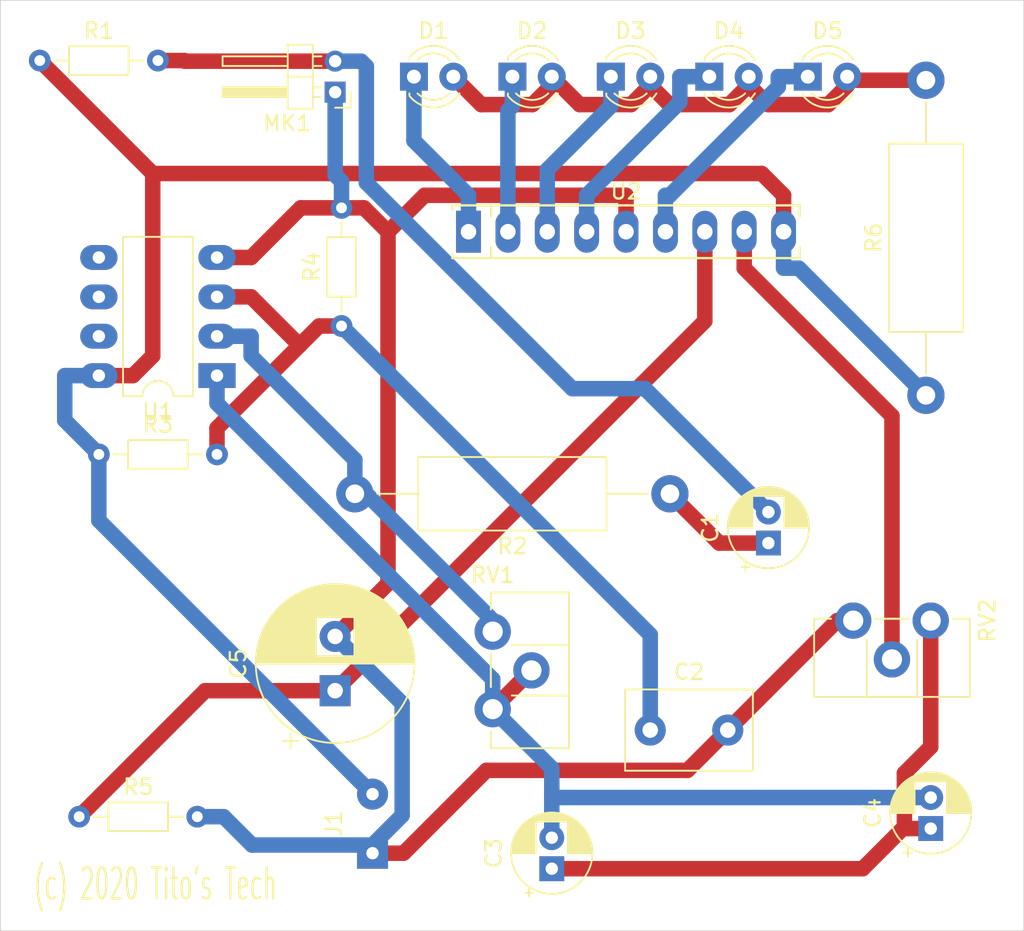
<source format=kicad_pcb>
(kicad_pcb (version 20171130) (host pcbnew 5.1.5-52549c5~84~ubuntu18.04.1)

  (general
    (thickness 1.6)
    (drawings 5)
    (tracks 129)
    (zones 0)
    (modules 22)
    (nets 17)
  )

  (page A4)
  (layers
    (0 F.Cu signal)
    (31 B.Cu signal)
    (33 F.Adhes user hide)
    (35 F.Paste user hide)
    (36 B.SilkS user)
    (37 F.SilkS user)
    (38 B.Mask user)
    (39 F.Mask user)
    (40 Dwgs.User user hide)
    (41 Cmts.User user hide)
    (42 Eco1.User user hide)
    (43 Eco2.User user hide)
    (44 Edge.Cuts user)
    (45 Margin user hide)
    (46 B.CrtYd user hide)
    (47 F.CrtYd user hide)
    (49 F.Fab user)
  )

  (setup
    (last_trace_width 1)
    (trace_clearance 0.4)
    (zone_clearance 0.508)
    (zone_45_only no)
    (trace_min 1)
    (via_size 0.8)
    (via_drill 0.4)
    (via_min_size 0.4)
    (via_min_drill 0.3)
    (uvia_size 0.3)
    (uvia_drill 0.1)
    (uvias_allowed no)
    (uvia_min_size 0.2)
    (uvia_min_drill 0.1)
    (edge_width 0.05)
    (segment_width 0.2)
    (pcb_text_width 0.3)
    (pcb_text_size 1.5 1.5)
    (mod_edge_width 0.12)
    (mod_text_size 1 1)
    (mod_text_width 0.15)
    (pad_size 1.524 1.524)
    (pad_drill 0.762)
    (pad_to_mask_clearance 0.051)
    (solder_mask_min_width 0.25)
    (aux_axis_origin 0 0)
    (visible_elements FFFFFF7F)
    (pcbplotparams
      (layerselection 0x010f0_ffffffff)
      (usegerberextensions false)
      (usegerberattributes false)
      (usegerberadvancedattributes false)
      (creategerberjobfile false)
      (excludeedgelayer true)
      (linewidth 0.100000)
      (plotframeref false)
      (viasonmask false)
      (mode 1)
      (useauxorigin false)
      (hpglpennumber 1)
      (hpglpenspeed 20)
      (hpglpendiameter 15.000000)
      (psnegative false)
      (psa4output false)
      (plotreference true)
      (plotvalue true)
      (plotinvisibletext false)
      (padsonsilk false)
      (subtractmaskfromsilk false)
      (outputformat 1)
      (mirror false)
      (drillshape 0)
      (scaleselection 1)
      (outputdirectory "gerbrol/"))
  )

  (net 0 "")
  (net 1 "Net-(C1-Pad1)")
  (net 2 "Net-(C1-Pad2)")
  (net 3 "Net-(C2-Pad1)")
  (net 4 GND)
  (net 5 "Net-(C3-Pad2)")
  (net 6 "Net-(C3-Pad1)")
  (net 7 "Net-(C5-Pad1)")
  (net 8 "Net-(D1-Pad1)")
  (net 9 "Net-(D1-Pad2)")
  (net 10 "Net-(D2-Pad1)")
  (net 11 "Net-(D3-Pad1)")
  (net 12 "Net-(D4-Pad1)")
  (net 13 "Net-(D5-Pad1)")
  (net 14 "Net-(J1-Pad2)")
  (net 15 "Net-(R2-Pad2)")
  (net 16 "Net-(RV2-Pad2)")

  (net_class Default "This is the default net class."
    (clearance 0.4)
    (trace_width 1)
    (via_dia 0.8)
    (via_drill 0.4)
    (uvia_dia 0.3)
    (uvia_drill 0.1)
    (diff_pair_width 1)
    (diff_pair_gap 0.25)
    (add_net GND)
    (add_net "Net-(C1-Pad1)")
    (add_net "Net-(C1-Pad2)")
    (add_net "Net-(C2-Pad1)")
    (add_net "Net-(C3-Pad1)")
    (add_net "Net-(C3-Pad2)")
    (add_net "Net-(C5-Pad1)")
    (add_net "Net-(D1-Pad1)")
    (add_net "Net-(D1-Pad2)")
    (add_net "Net-(D2-Pad1)")
    (add_net "Net-(D3-Pad1)")
    (add_net "Net-(D4-Pad1)")
    (add_net "Net-(D5-Pad1)")
    (add_net "Net-(J1-Pad2)")
    (add_net "Net-(R2-Pad2)")
    (add_net "Net-(RV2-Pad2)")
  )

  (module Capacitor_THT:CP_Radial_D5.0mm_P2.00mm (layer F.Cu) (tedit 5AE50EF0) (tstamp 5DF968F4)
    (at 180 103.41 90)
    (descr "CP, Radial series, Radial, pin pitch=2.00mm, , diameter=5mm, Electrolytic Capacitor")
    (tags "CP Radial series Radial pin pitch 2.00mm  diameter 5mm Electrolytic Capacitor")
    (path /5DF82342)
    (fp_text reference C4 (at 1 -3.75 90) (layer F.SilkS)
      (effects (font (size 1 1) (thickness 0.15)))
    )
    (fp_text value 1u (at 1 3.75 90) (layer F.Fab)
      (effects (font (size 1 1) (thickness 0.15)))
    )
    (fp_circle (center 1 0) (end 3.5 0) (layer F.Fab) (width 0.1))
    (fp_circle (center 1 0) (end 3.62 0) (layer F.SilkS) (width 0.12))
    (fp_circle (center 1 0) (end 3.75 0) (layer F.CrtYd) (width 0.05))
    (fp_line (start -1.133605 -1.0875) (end -0.633605 -1.0875) (layer F.Fab) (width 0.1))
    (fp_line (start -0.883605 -1.3375) (end -0.883605 -0.8375) (layer F.Fab) (width 0.1))
    (fp_line (start 1 1.04) (end 1 2.58) (layer F.SilkS) (width 0.12))
    (fp_line (start 1 -2.58) (end 1 -1.04) (layer F.SilkS) (width 0.12))
    (fp_line (start 1.04 1.04) (end 1.04 2.58) (layer F.SilkS) (width 0.12))
    (fp_line (start 1.04 -2.58) (end 1.04 -1.04) (layer F.SilkS) (width 0.12))
    (fp_line (start 1.08 -2.579) (end 1.08 -1.04) (layer F.SilkS) (width 0.12))
    (fp_line (start 1.08 1.04) (end 1.08 2.579) (layer F.SilkS) (width 0.12))
    (fp_line (start 1.12 -2.578) (end 1.12 -1.04) (layer F.SilkS) (width 0.12))
    (fp_line (start 1.12 1.04) (end 1.12 2.578) (layer F.SilkS) (width 0.12))
    (fp_line (start 1.16 -2.576) (end 1.16 -1.04) (layer F.SilkS) (width 0.12))
    (fp_line (start 1.16 1.04) (end 1.16 2.576) (layer F.SilkS) (width 0.12))
    (fp_line (start 1.2 -2.573) (end 1.2 -1.04) (layer F.SilkS) (width 0.12))
    (fp_line (start 1.2 1.04) (end 1.2 2.573) (layer F.SilkS) (width 0.12))
    (fp_line (start 1.24 -2.569) (end 1.24 -1.04) (layer F.SilkS) (width 0.12))
    (fp_line (start 1.24 1.04) (end 1.24 2.569) (layer F.SilkS) (width 0.12))
    (fp_line (start 1.28 -2.565) (end 1.28 -1.04) (layer F.SilkS) (width 0.12))
    (fp_line (start 1.28 1.04) (end 1.28 2.565) (layer F.SilkS) (width 0.12))
    (fp_line (start 1.32 -2.561) (end 1.32 -1.04) (layer F.SilkS) (width 0.12))
    (fp_line (start 1.32 1.04) (end 1.32 2.561) (layer F.SilkS) (width 0.12))
    (fp_line (start 1.36 -2.556) (end 1.36 -1.04) (layer F.SilkS) (width 0.12))
    (fp_line (start 1.36 1.04) (end 1.36 2.556) (layer F.SilkS) (width 0.12))
    (fp_line (start 1.4 -2.55) (end 1.4 -1.04) (layer F.SilkS) (width 0.12))
    (fp_line (start 1.4 1.04) (end 1.4 2.55) (layer F.SilkS) (width 0.12))
    (fp_line (start 1.44 -2.543) (end 1.44 -1.04) (layer F.SilkS) (width 0.12))
    (fp_line (start 1.44 1.04) (end 1.44 2.543) (layer F.SilkS) (width 0.12))
    (fp_line (start 1.48 -2.536) (end 1.48 -1.04) (layer F.SilkS) (width 0.12))
    (fp_line (start 1.48 1.04) (end 1.48 2.536) (layer F.SilkS) (width 0.12))
    (fp_line (start 1.52 -2.528) (end 1.52 -1.04) (layer F.SilkS) (width 0.12))
    (fp_line (start 1.52 1.04) (end 1.52 2.528) (layer F.SilkS) (width 0.12))
    (fp_line (start 1.56 -2.52) (end 1.56 -1.04) (layer F.SilkS) (width 0.12))
    (fp_line (start 1.56 1.04) (end 1.56 2.52) (layer F.SilkS) (width 0.12))
    (fp_line (start 1.6 -2.511) (end 1.6 -1.04) (layer F.SilkS) (width 0.12))
    (fp_line (start 1.6 1.04) (end 1.6 2.511) (layer F.SilkS) (width 0.12))
    (fp_line (start 1.64 -2.501) (end 1.64 -1.04) (layer F.SilkS) (width 0.12))
    (fp_line (start 1.64 1.04) (end 1.64 2.501) (layer F.SilkS) (width 0.12))
    (fp_line (start 1.68 -2.491) (end 1.68 -1.04) (layer F.SilkS) (width 0.12))
    (fp_line (start 1.68 1.04) (end 1.68 2.491) (layer F.SilkS) (width 0.12))
    (fp_line (start 1.721 -2.48) (end 1.721 -1.04) (layer F.SilkS) (width 0.12))
    (fp_line (start 1.721 1.04) (end 1.721 2.48) (layer F.SilkS) (width 0.12))
    (fp_line (start 1.761 -2.468) (end 1.761 -1.04) (layer F.SilkS) (width 0.12))
    (fp_line (start 1.761 1.04) (end 1.761 2.468) (layer F.SilkS) (width 0.12))
    (fp_line (start 1.801 -2.455) (end 1.801 -1.04) (layer F.SilkS) (width 0.12))
    (fp_line (start 1.801 1.04) (end 1.801 2.455) (layer F.SilkS) (width 0.12))
    (fp_line (start 1.841 -2.442) (end 1.841 -1.04) (layer F.SilkS) (width 0.12))
    (fp_line (start 1.841 1.04) (end 1.841 2.442) (layer F.SilkS) (width 0.12))
    (fp_line (start 1.881 -2.428) (end 1.881 -1.04) (layer F.SilkS) (width 0.12))
    (fp_line (start 1.881 1.04) (end 1.881 2.428) (layer F.SilkS) (width 0.12))
    (fp_line (start 1.921 -2.414) (end 1.921 -1.04) (layer F.SilkS) (width 0.12))
    (fp_line (start 1.921 1.04) (end 1.921 2.414) (layer F.SilkS) (width 0.12))
    (fp_line (start 1.961 -2.398) (end 1.961 -1.04) (layer F.SilkS) (width 0.12))
    (fp_line (start 1.961 1.04) (end 1.961 2.398) (layer F.SilkS) (width 0.12))
    (fp_line (start 2.001 -2.382) (end 2.001 -1.04) (layer F.SilkS) (width 0.12))
    (fp_line (start 2.001 1.04) (end 2.001 2.382) (layer F.SilkS) (width 0.12))
    (fp_line (start 2.041 -2.365) (end 2.041 -1.04) (layer F.SilkS) (width 0.12))
    (fp_line (start 2.041 1.04) (end 2.041 2.365) (layer F.SilkS) (width 0.12))
    (fp_line (start 2.081 -2.348) (end 2.081 -1.04) (layer F.SilkS) (width 0.12))
    (fp_line (start 2.081 1.04) (end 2.081 2.348) (layer F.SilkS) (width 0.12))
    (fp_line (start 2.121 -2.329) (end 2.121 -1.04) (layer F.SilkS) (width 0.12))
    (fp_line (start 2.121 1.04) (end 2.121 2.329) (layer F.SilkS) (width 0.12))
    (fp_line (start 2.161 -2.31) (end 2.161 -1.04) (layer F.SilkS) (width 0.12))
    (fp_line (start 2.161 1.04) (end 2.161 2.31) (layer F.SilkS) (width 0.12))
    (fp_line (start 2.201 -2.29) (end 2.201 -1.04) (layer F.SilkS) (width 0.12))
    (fp_line (start 2.201 1.04) (end 2.201 2.29) (layer F.SilkS) (width 0.12))
    (fp_line (start 2.241 -2.268) (end 2.241 -1.04) (layer F.SilkS) (width 0.12))
    (fp_line (start 2.241 1.04) (end 2.241 2.268) (layer F.SilkS) (width 0.12))
    (fp_line (start 2.281 -2.247) (end 2.281 -1.04) (layer F.SilkS) (width 0.12))
    (fp_line (start 2.281 1.04) (end 2.281 2.247) (layer F.SilkS) (width 0.12))
    (fp_line (start 2.321 -2.224) (end 2.321 -1.04) (layer F.SilkS) (width 0.12))
    (fp_line (start 2.321 1.04) (end 2.321 2.224) (layer F.SilkS) (width 0.12))
    (fp_line (start 2.361 -2.2) (end 2.361 -1.04) (layer F.SilkS) (width 0.12))
    (fp_line (start 2.361 1.04) (end 2.361 2.2) (layer F.SilkS) (width 0.12))
    (fp_line (start 2.401 -2.175) (end 2.401 -1.04) (layer F.SilkS) (width 0.12))
    (fp_line (start 2.401 1.04) (end 2.401 2.175) (layer F.SilkS) (width 0.12))
    (fp_line (start 2.441 -2.149) (end 2.441 -1.04) (layer F.SilkS) (width 0.12))
    (fp_line (start 2.441 1.04) (end 2.441 2.149) (layer F.SilkS) (width 0.12))
    (fp_line (start 2.481 -2.122) (end 2.481 -1.04) (layer F.SilkS) (width 0.12))
    (fp_line (start 2.481 1.04) (end 2.481 2.122) (layer F.SilkS) (width 0.12))
    (fp_line (start 2.521 -2.095) (end 2.521 -1.04) (layer F.SilkS) (width 0.12))
    (fp_line (start 2.521 1.04) (end 2.521 2.095) (layer F.SilkS) (width 0.12))
    (fp_line (start 2.561 -2.065) (end 2.561 -1.04) (layer F.SilkS) (width 0.12))
    (fp_line (start 2.561 1.04) (end 2.561 2.065) (layer F.SilkS) (width 0.12))
    (fp_line (start 2.601 -2.035) (end 2.601 -1.04) (layer F.SilkS) (width 0.12))
    (fp_line (start 2.601 1.04) (end 2.601 2.035) (layer F.SilkS) (width 0.12))
    (fp_line (start 2.641 -2.004) (end 2.641 -1.04) (layer F.SilkS) (width 0.12))
    (fp_line (start 2.641 1.04) (end 2.641 2.004) (layer F.SilkS) (width 0.12))
    (fp_line (start 2.681 -1.971) (end 2.681 -1.04) (layer F.SilkS) (width 0.12))
    (fp_line (start 2.681 1.04) (end 2.681 1.971) (layer F.SilkS) (width 0.12))
    (fp_line (start 2.721 -1.937) (end 2.721 -1.04) (layer F.SilkS) (width 0.12))
    (fp_line (start 2.721 1.04) (end 2.721 1.937) (layer F.SilkS) (width 0.12))
    (fp_line (start 2.761 -1.901) (end 2.761 -1.04) (layer F.SilkS) (width 0.12))
    (fp_line (start 2.761 1.04) (end 2.761 1.901) (layer F.SilkS) (width 0.12))
    (fp_line (start 2.801 -1.864) (end 2.801 -1.04) (layer F.SilkS) (width 0.12))
    (fp_line (start 2.801 1.04) (end 2.801 1.864) (layer F.SilkS) (width 0.12))
    (fp_line (start 2.841 -1.826) (end 2.841 -1.04) (layer F.SilkS) (width 0.12))
    (fp_line (start 2.841 1.04) (end 2.841 1.826) (layer F.SilkS) (width 0.12))
    (fp_line (start 2.881 -1.785) (end 2.881 -1.04) (layer F.SilkS) (width 0.12))
    (fp_line (start 2.881 1.04) (end 2.881 1.785) (layer F.SilkS) (width 0.12))
    (fp_line (start 2.921 -1.743) (end 2.921 -1.04) (layer F.SilkS) (width 0.12))
    (fp_line (start 2.921 1.04) (end 2.921 1.743) (layer F.SilkS) (width 0.12))
    (fp_line (start 2.961 -1.699) (end 2.961 -1.04) (layer F.SilkS) (width 0.12))
    (fp_line (start 2.961 1.04) (end 2.961 1.699) (layer F.SilkS) (width 0.12))
    (fp_line (start 3.001 -1.653) (end 3.001 -1.04) (layer F.SilkS) (width 0.12))
    (fp_line (start 3.001 1.04) (end 3.001 1.653) (layer F.SilkS) (width 0.12))
    (fp_line (start 3.041 -1.605) (end 3.041 1.605) (layer F.SilkS) (width 0.12))
    (fp_line (start 3.081 -1.554) (end 3.081 1.554) (layer F.SilkS) (width 0.12))
    (fp_line (start 3.121 -1.5) (end 3.121 1.5) (layer F.SilkS) (width 0.12))
    (fp_line (start 3.161 -1.443) (end 3.161 1.443) (layer F.SilkS) (width 0.12))
    (fp_line (start 3.201 -1.383) (end 3.201 1.383) (layer F.SilkS) (width 0.12))
    (fp_line (start 3.241 -1.319) (end 3.241 1.319) (layer F.SilkS) (width 0.12))
    (fp_line (start 3.281 -1.251) (end 3.281 1.251) (layer F.SilkS) (width 0.12))
    (fp_line (start 3.321 -1.178) (end 3.321 1.178) (layer F.SilkS) (width 0.12))
    (fp_line (start 3.361 -1.098) (end 3.361 1.098) (layer F.SilkS) (width 0.12))
    (fp_line (start 3.401 -1.011) (end 3.401 1.011) (layer F.SilkS) (width 0.12))
    (fp_line (start 3.441 -0.915) (end 3.441 0.915) (layer F.SilkS) (width 0.12))
    (fp_line (start 3.481 -0.805) (end 3.481 0.805) (layer F.SilkS) (width 0.12))
    (fp_line (start 3.521 -0.677) (end 3.521 0.677) (layer F.SilkS) (width 0.12))
    (fp_line (start 3.561 -0.518) (end 3.561 0.518) (layer F.SilkS) (width 0.12))
    (fp_line (start 3.601 -0.284) (end 3.601 0.284) (layer F.SilkS) (width 0.12))
    (fp_line (start -1.804775 -1.475) (end -1.304775 -1.475) (layer F.SilkS) (width 0.12))
    (fp_line (start -1.554775 -1.725) (end -1.554775 -1.225) (layer F.SilkS) (width 0.12))
    (fp_text user %R (at 1 0 90) (layer F.Fab)
      (effects (font (size 1 1) (thickness 0.15)))
    )
    (pad 1 thru_hole rect (at 0 0 90) (size 1.6 1.6) (drill 0.8) (layers *.Cu *.Mask)
      (net 6 "Net-(C3-Pad1)"))
    (pad 2 thru_hole circle (at 2 0 90) (size 1.6 1.6) (drill 0.8) (layers *.Cu *.Mask)
      (net 5 "Net-(C3-Pad2)"))
    (model ${KISYS3DMOD}/Capacitor_THT.3dshapes/CP_Radial_D5.0mm_P2.00mm.wrl
      (at (xyz 0 0 0))
      (scale (xyz 1 1 1))
      (rotate (xyz 0 0 0))
    )
  )

  (module Capacitor_THT:CP_Radial_D10.0mm_P3.50mm (layer F.Cu) (tedit 5AE50EF0) (tstamp 5DF969C0)
    (at 141.59 94.52 90)
    (descr "CP, Radial series, Radial, pin pitch=3.50mm, , diameter=10mm, Electrolytic Capacitor")
    (tags "CP Radial series Radial pin pitch 3.50mm  diameter 10mm Electrolytic Capacitor")
    (path /5DF81CD0)
    (fp_text reference C5 (at 1.75 -6.25 90) (layer F.SilkS)
      (effects (font (size 1 1) (thickness 0.15)))
    )
    (fp_text value 10u (at 1.75 6.25 90) (layer F.Fab)
      (effects (font (size 1 1) (thickness 0.15)))
    )
    (fp_circle (center 1.75 0) (end 6.75 0) (layer F.Fab) (width 0.1))
    (fp_circle (center 1.75 0) (end 6.87 0) (layer F.SilkS) (width 0.12))
    (fp_circle (center 1.75 0) (end 7 0) (layer F.CrtYd) (width 0.05))
    (fp_line (start -2.538861 -2.1875) (end -1.538861 -2.1875) (layer F.Fab) (width 0.1))
    (fp_line (start -2.038861 -2.6875) (end -2.038861 -1.6875) (layer F.Fab) (width 0.1))
    (fp_line (start 1.75 -5.08) (end 1.75 5.08) (layer F.SilkS) (width 0.12))
    (fp_line (start 1.79 -5.08) (end 1.79 5.08) (layer F.SilkS) (width 0.12))
    (fp_line (start 1.83 -5.08) (end 1.83 5.08) (layer F.SilkS) (width 0.12))
    (fp_line (start 1.87 -5.079) (end 1.87 5.079) (layer F.SilkS) (width 0.12))
    (fp_line (start 1.91 -5.078) (end 1.91 5.078) (layer F.SilkS) (width 0.12))
    (fp_line (start 1.95 -5.077) (end 1.95 5.077) (layer F.SilkS) (width 0.12))
    (fp_line (start 1.99 -5.075) (end 1.99 5.075) (layer F.SilkS) (width 0.12))
    (fp_line (start 2.03 -5.073) (end 2.03 5.073) (layer F.SilkS) (width 0.12))
    (fp_line (start 2.07 -5.07) (end 2.07 5.07) (layer F.SilkS) (width 0.12))
    (fp_line (start 2.11 -5.068) (end 2.11 5.068) (layer F.SilkS) (width 0.12))
    (fp_line (start 2.15 -5.065) (end 2.15 5.065) (layer F.SilkS) (width 0.12))
    (fp_line (start 2.19 -5.062) (end 2.19 5.062) (layer F.SilkS) (width 0.12))
    (fp_line (start 2.23 -5.058) (end 2.23 5.058) (layer F.SilkS) (width 0.12))
    (fp_line (start 2.27 -5.054) (end 2.27 -1.241) (layer F.SilkS) (width 0.12))
    (fp_line (start 2.27 1.241) (end 2.27 5.054) (layer F.SilkS) (width 0.12))
    (fp_line (start 2.31 -5.05) (end 2.31 -1.241) (layer F.SilkS) (width 0.12))
    (fp_line (start 2.31 1.241) (end 2.31 5.05) (layer F.SilkS) (width 0.12))
    (fp_line (start 2.35 -5.045) (end 2.35 -1.241) (layer F.SilkS) (width 0.12))
    (fp_line (start 2.35 1.241) (end 2.35 5.045) (layer F.SilkS) (width 0.12))
    (fp_line (start 2.39 -5.04) (end 2.39 -1.241) (layer F.SilkS) (width 0.12))
    (fp_line (start 2.39 1.241) (end 2.39 5.04) (layer F.SilkS) (width 0.12))
    (fp_line (start 2.43 -5.035) (end 2.43 -1.241) (layer F.SilkS) (width 0.12))
    (fp_line (start 2.43 1.241) (end 2.43 5.035) (layer F.SilkS) (width 0.12))
    (fp_line (start 2.471 -5.03) (end 2.471 -1.241) (layer F.SilkS) (width 0.12))
    (fp_line (start 2.471 1.241) (end 2.471 5.03) (layer F.SilkS) (width 0.12))
    (fp_line (start 2.511 -5.024) (end 2.511 -1.241) (layer F.SilkS) (width 0.12))
    (fp_line (start 2.511 1.241) (end 2.511 5.024) (layer F.SilkS) (width 0.12))
    (fp_line (start 2.551 -5.018) (end 2.551 -1.241) (layer F.SilkS) (width 0.12))
    (fp_line (start 2.551 1.241) (end 2.551 5.018) (layer F.SilkS) (width 0.12))
    (fp_line (start 2.591 -5.011) (end 2.591 -1.241) (layer F.SilkS) (width 0.12))
    (fp_line (start 2.591 1.241) (end 2.591 5.011) (layer F.SilkS) (width 0.12))
    (fp_line (start 2.631 -5.004) (end 2.631 -1.241) (layer F.SilkS) (width 0.12))
    (fp_line (start 2.631 1.241) (end 2.631 5.004) (layer F.SilkS) (width 0.12))
    (fp_line (start 2.671 -4.997) (end 2.671 -1.241) (layer F.SilkS) (width 0.12))
    (fp_line (start 2.671 1.241) (end 2.671 4.997) (layer F.SilkS) (width 0.12))
    (fp_line (start 2.711 -4.99) (end 2.711 -1.241) (layer F.SilkS) (width 0.12))
    (fp_line (start 2.711 1.241) (end 2.711 4.99) (layer F.SilkS) (width 0.12))
    (fp_line (start 2.751 -4.982) (end 2.751 -1.241) (layer F.SilkS) (width 0.12))
    (fp_line (start 2.751 1.241) (end 2.751 4.982) (layer F.SilkS) (width 0.12))
    (fp_line (start 2.791 -4.974) (end 2.791 -1.241) (layer F.SilkS) (width 0.12))
    (fp_line (start 2.791 1.241) (end 2.791 4.974) (layer F.SilkS) (width 0.12))
    (fp_line (start 2.831 -4.965) (end 2.831 -1.241) (layer F.SilkS) (width 0.12))
    (fp_line (start 2.831 1.241) (end 2.831 4.965) (layer F.SilkS) (width 0.12))
    (fp_line (start 2.871 -4.956) (end 2.871 -1.241) (layer F.SilkS) (width 0.12))
    (fp_line (start 2.871 1.241) (end 2.871 4.956) (layer F.SilkS) (width 0.12))
    (fp_line (start 2.911 -4.947) (end 2.911 -1.241) (layer F.SilkS) (width 0.12))
    (fp_line (start 2.911 1.241) (end 2.911 4.947) (layer F.SilkS) (width 0.12))
    (fp_line (start 2.951 -4.938) (end 2.951 -1.241) (layer F.SilkS) (width 0.12))
    (fp_line (start 2.951 1.241) (end 2.951 4.938) (layer F.SilkS) (width 0.12))
    (fp_line (start 2.991 -4.928) (end 2.991 -1.241) (layer F.SilkS) (width 0.12))
    (fp_line (start 2.991 1.241) (end 2.991 4.928) (layer F.SilkS) (width 0.12))
    (fp_line (start 3.031 -4.918) (end 3.031 -1.241) (layer F.SilkS) (width 0.12))
    (fp_line (start 3.031 1.241) (end 3.031 4.918) (layer F.SilkS) (width 0.12))
    (fp_line (start 3.071 -4.907) (end 3.071 -1.241) (layer F.SilkS) (width 0.12))
    (fp_line (start 3.071 1.241) (end 3.071 4.907) (layer F.SilkS) (width 0.12))
    (fp_line (start 3.111 -4.897) (end 3.111 -1.241) (layer F.SilkS) (width 0.12))
    (fp_line (start 3.111 1.241) (end 3.111 4.897) (layer F.SilkS) (width 0.12))
    (fp_line (start 3.151 -4.885) (end 3.151 -1.241) (layer F.SilkS) (width 0.12))
    (fp_line (start 3.151 1.241) (end 3.151 4.885) (layer F.SilkS) (width 0.12))
    (fp_line (start 3.191 -4.874) (end 3.191 -1.241) (layer F.SilkS) (width 0.12))
    (fp_line (start 3.191 1.241) (end 3.191 4.874) (layer F.SilkS) (width 0.12))
    (fp_line (start 3.231 -4.862) (end 3.231 -1.241) (layer F.SilkS) (width 0.12))
    (fp_line (start 3.231 1.241) (end 3.231 4.862) (layer F.SilkS) (width 0.12))
    (fp_line (start 3.271 -4.85) (end 3.271 -1.241) (layer F.SilkS) (width 0.12))
    (fp_line (start 3.271 1.241) (end 3.271 4.85) (layer F.SilkS) (width 0.12))
    (fp_line (start 3.311 -4.837) (end 3.311 -1.241) (layer F.SilkS) (width 0.12))
    (fp_line (start 3.311 1.241) (end 3.311 4.837) (layer F.SilkS) (width 0.12))
    (fp_line (start 3.351 -4.824) (end 3.351 -1.241) (layer F.SilkS) (width 0.12))
    (fp_line (start 3.351 1.241) (end 3.351 4.824) (layer F.SilkS) (width 0.12))
    (fp_line (start 3.391 -4.811) (end 3.391 -1.241) (layer F.SilkS) (width 0.12))
    (fp_line (start 3.391 1.241) (end 3.391 4.811) (layer F.SilkS) (width 0.12))
    (fp_line (start 3.431 -4.797) (end 3.431 -1.241) (layer F.SilkS) (width 0.12))
    (fp_line (start 3.431 1.241) (end 3.431 4.797) (layer F.SilkS) (width 0.12))
    (fp_line (start 3.471 -4.783) (end 3.471 -1.241) (layer F.SilkS) (width 0.12))
    (fp_line (start 3.471 1.241) (end 3.471 4.783) (layer F.SilkS) (width 0.12))
    (fp_line (start 3.511 -4.768) (end 3.511 -1.241) (layer F.SilkS) (width 0.12))
    (fp_line (start 3.511 1.241) (end 3.511 4.768) (layer F.SilkS) (width 0.12))
    (fp_line (start 3.551 -4.754) (end 3.551 -1.241) (layer F.SilkS) (width 0.12))
    (fp_line (start 3.551 1.241) (end 3.551 4.754) (layer F.SilkS) (width 0.12))
    (fp_line (start 3.591 -4.738) (end 3.591 -1.241) (layer F.SilkS) (width 0.12))
    (fp_line (start 3.591 1.241) (end 3.591 4.738) (layer F.SilkS) (width 0.12))
    (fp_line (start 3.631 -4.723) (end 3.631 -1.241) (layer F.SilkS) (width 0.12))
    (fp_line (start 3.631 1.241) (end 3.631 4.723) (layer F.SilkS) (width 0.12))
    (fp_line (start 3.671 -4.707) (end 3.671 -1.241) (layer F.SilkS) (width 0.12))
    (fp_line (start 3.671 1.241) (end 3.671 4.707) (layer F.SilkS) (width 0.12))
    (fp_line (start 3.711 -4.69) (end 3.711 -1.241) (layer F.SilkS) (width 0.12))
    (fp_line (start 3.711 1.241) (end 3.711 4.69) (layer F.SilkS) (width 0.12))
    (fp_line (start 3.751 -4.674) (end 3.751 -1.241) (layer F.SilkS) (width 0.12))
    (fp_line (start 3.751 1.241) (end 3.751 4.674) (layer F.SilkS) (width 0.12))
    (fp_line (start 3.791 -4.657) (end 3.791 -1.241) (layer F.SilkS) (width 0.12))
    (fp_line (start 3.791 1.241) (end 3.791 4.657) (layer F.SilkS) (width 0.12))
    (fp_line (start 3.831 -4.639) (end 3.831 -1.241) (layer F.SilkS) (width 0.12))
    (fp_line (start 3.831 1.241) (end 3.831 4.639) (layer F.SilkS) (width 0.12))
    (fp_line (start 3.871 -4.621) (end 3.871 -1.241) (layer F.SilkS) (width 0.12))
    (fp_line (start 3.871 1.241) (end 3.871 4.621) (layer F.SilkS) (width 0.12))
    (fp_line (start 3.911 -4.603) (end 3.911 -1.241) (layer F.SilkS) (width 0.12))
    (fp_line (start 3.911 1.241) (end 3.911 4.603) (layer F.SilkS) (width 0.12))
    (fp_line (start 3.951 -4.584) (end 3.951 -1.241) (layer F.SilkS) (width 0.12))
    (fp_line (start 3.951 1.241) (end 3.951 4.584) (layer F.SilkS) (width 0.12))
    (fp_line (start 3.991 -4.564) (end 3.991 -1.241) (layer F.SilkS) (width 0.12))
    (fp_line (start 3.991 1.241) (end 3.991 4.564) (layer F.SilkS) (width 0.12))
    (fp_line (start 4.031 -4.545) (end 4.031 -1.241) (layer F.SilkS) (width 0.12))
    (fp_line (start 4.031 1.241) (end 4.031 4.545) (layer F.SilkS) (width 0.12))
    (fp_line (start 4.071 -4.525) (end 4.071 -1.241) (layer F.SilkS) (width 0.12))
    (fp_line (start 4.071 1.241) (end 4.071 4.525) (layer F.SilkS) (width 0.12))
    (fp_line (start 4.111 -4.504) (end 4.111 -1.241) (layer F.SilkS) (width 0.12))
    (fp_line (start 4.111 1.241) (end 4.111 4.504) (layer F.SilkS) (width 0.12))
    (fp_line (start 4.151 -4.483) (end 4.151 -1.241) (layer F.SilkS) (width 0.12))
    (fp_line (start 4.151 1.241) (end 4.151 4.483) (layer F.SilkS) (width 0.12))
    (fp_line (start 4.191 -4.462) (end 4.191 -1.241) (layer F.SilkS) (width 0.12))
    (fp_line (start 4.191 1.241) (end 4.191 4.462) (layer F.SilkS) (width 0.12))
    (fp_line (start 4.231 -4.44) (end 4.231 -1.241) (layer F.SilkS) (width 0.12))
    (fp_line (start 4.231 1.241) (end 4.231 4.44) (layer F.SilkS) (width 0.12))
    (fp_line (start 4.271 -4.417) (end 4.271 -1.241) (layer F.SilkS) (width 0.12))
    (fp_line (start 4.271 1.241) (end 4.271 4.417) (layer F.SilkS) (width 0.12))
    (fp_line (start 4.311 -4.395) (end 4.311 -1.241) (layer F.SilkS) (width 0.12))
    (fp_line (start 4.311 1.241) (end 4.311 4.395) (layer F.SilkS) (width 0.12))
    (fp_line (start 4.351 -4.371) (end 4.351 -1.241) (layer F.SilkS) (width 0.12))
    (fp_line (start 4.351 1.241) (end 4.351 4.371) (layer F.SilkS) (width 0.12))
    (fp_line (start 4.391 -4.347) (end 4.391 -1.241) (layer F.SilkS) (width 0.12))
    (fp_line (start 4.391 1.241) (end 4.391 4.347) (layer F.SilkS) (width 0.12))
    (fp_line (start 4.431 -4.323) (end 4.431 -1.241) (layer F.SilkS) (width 0.12))
    (fp_line (start 4.431 1.241) (end 4.431 4.323) (layer F.SilkS) (width 0.12))
    (fp_line (start 4.471 -4.298) (end 4.471 -1.241) (layer F.SilkS) (width 0.12))
    (fp_line (start 4.471 1.241) (end 4.471 4.298) (layer F.SilkS) (width 0.12))
    (fp_line (start 4.511 -4.273) (end 4.511 -1.241) (layer F.SilkS) (width 0.12))
    (fp_line (start 4.511 1.241) (end 4.511 4.273) (layer F.SilkS) (width 0.12))
    (fp_line (start 4.551 -4.247) (end 4.551 -1.241) (layer F.SilkS) (width 0.12))
    (fp_line (start 4.551 1.241) (end 4.551 4.247) (layer F.SilkS) (width 0.12))
    (fp_line (start 4.591 -4.221) (end 4.591 -1.241) (layer F.SilkS) (width 0.12))
    (fp_line (start 4.591 1.241) (end 4.591 4.221) (layer F.SilkS) (width 0.12))
    (fp_line (start 4.631 -4.194) (end 4.631 -1.241) (layer F.SilkS) (width 0.12))
    (fp_line (start 4.631 1.241) (end 4.631 4.194) (layer F.SilkS) (width 0.12))
    (fp_line (start 4.671 -4.166) (end 4.671 -1.241) (layer F.SilkS) (width 0.12))
    (fp_line (start 4.671 1.241) (end 4.671 4.166) (layer F.SilkS) (width 0.12))
    (fp_line (start 4.711 -4.138) (end 4.711 -1.241) (layer F.SilkS) (width 0.12))
    (fp_line (start 4.711 1.241) (end 4.711 4.138) (layer F.SilkS) (width 0.12))
    (fp_line (start 4.751 -4.11) (end 4.751 4.11) (layer F.SilkS) (width 0.12))
    (fp_line (start 4.791 -4.08) (end 4.791 4.08) (layer F.SilkS) (width 0.12))
    (fp_line (start 4.831 -4.05) (end 4.831 4.05) (layer F.SilkS) (width 0.12))
    (fp_line (start 4.871 -4.02) (end 4.871 4.02) (layer F.SilkS) (width 0.12))
    (fp_line (start 4.911 -3.989) (end 4.911 3.989) (layer F.SilkS) (width 0.12))
    (fp_line (start 4.951 -3.957) (end 4.951 3.957) (layer F.SilkS) (width 0.12))
    (fp_line (start 4.991 -3.925) (end 4.991 3.925) (layer F.SilkS) (width 0.12))
    (fp_line (start 5.031 -3.892) (end 5.031 3.892) (layer F.SilkS) (width 0.12))
    (fp_line (start 5.071 -3.858) (end 5.071 3.858) (layer F.SilkS) (width 0.12))
    (fp_line (start 5.111 -3.824) (end 5.111 3.824) (layer F.SilkS) (width 0.12))
    (fp_line (start 5.151 -3.789) (end 5.151 3.789) (layer F.SilkS) (width 0.12))
    (fp_line (start 5.191 -3.753) (end 5.191 3.753) (layer F.SilkS) (width 0.12))
    (fp_line (start 5.231 -3.716) (end 5.231 3.716) (layer F.SilkS) (width 0.12))
    (fp_line (start 5.271 -3.679) (end 5.271 3.679) (layer F.SilkS) (width 0.12))
    (fp_line (start 5.311 -3.64) (end 5.311 3.64) (layer F.SilkS) (width 0.12))
    (fp_line (start 5.351 -3.601) (end 5.351 3.601) (layer F.SilkS) (width 0.12))
    (fp_line (start 5.391 -3.561) (end 5.391 3.561) (layer F.SilkS) (width 0.12))
    (fp_line (start 5.431 -3.52) (end 5.431 3.52) (layer F.SilkS) (width 0.12))
    (fp_line (start 5.471 -3.478) (end 5.471 3.478) (layer F.SilkS) (width 0.12))
    (fp_line (start 5.511 -3.436) (end 5.511 3.436) (layer F.SilkS) (width 0.12))
    (fp_line (start 5.551 -3.392) (end 5.551 3.392) (layer F.SilkS) (width 0.12))
    (fp_line (start 5.591 -3.347) (end 5.591 3.347) (layer F.SilkS) (width 0.12))
    (fp_line (start 5.631 -3.301) (end 5.631 3.301) (layer F.SilkS) (width 0.12))
    (fp_line (start 5.671 -3.254) (end 5.671 3.254) (layer F.SilkS) (width 0.12))
    (fp_line (start 5.711 -3.206) (end 5.711 3.206) (layer F.SilkS) (width 0.12))
    (fp_line (start 5.751 -3.156) (end 5.751 3.156) (layer F.SilkS) (width 0.12))
    (fp_line (start 5.791 -3.106) (end 5.791 3.106) (layer F.SilkS) (width 0.12))
    (fp_line (start 5.831 -3.054) (end 5.831 3.054) (layer F.SilkS) (width 0.12))
    (fp_line (start 5.871 -3) (end 5.871 3) (layer F.SilkS) (width 0.12))
    (fp_line (start 5.911 -2.945) (end 5.911 2.945) (layer F.SilkS) (width 0.12))
    (fp_line (start 5.951 -2.889) (end 5.951 2.889) (layer F.SilkS) (width 0.12))
    (fp_line (start 5.991 -2.83) (end 5.991 2.83) (layer F.SilkS) (width 0.12))
    (fp_line (start 6.031 -2.77) (end 6.031 2.77) (layer F.SilkS) (width 0.12))
    (fp_line (start 6.071 -2.709) (end 6.071 2.709) (layer F.SilkS) (width 0.12))
    (fp_line (start 6.111 -2.645) (end 6.111 2.645) (layer F.SilkS) (width 0.12))
    (fp_line (start 6.151 -2.579) (end 6.151 2.579) (layer F.SilkS) (width 0.12))
    (fp_line (start 6.191 -2.51) (end 6.191 2.51) (layer F.SilkS) (width 0.12))
    (fp_line (start 6.231 -2.439) (end 6.231 2.439) (layer F.SilkS) (width 0.12))
    (fp_line (start 6.271 -2.365) (end 6.271 2.365) (layer F.SilkS) (width 0.12))
    (fp_line (start 6.311 -2.289) (end 6.311 2.289) (layer F.SilkS) (width 0.12))
    (fp_line (start 6.351 -2.209) (end 6.351 2.209) (layer F.SilkS) (width 0.12))
    (fp_line (start 6.391 -2.125) (end 6.391 2.125) (layer F.SilkS) (width 0.12))
    (fp_line (start 6.431 -2.037) (end 6.431 2.037) (layer F.SilkS) (width 0.12))
    (fp_line (start 6.471 -1.944) (end 6.471 1.944) (layer F.SilkS) (width 0.12))
    (fp_line (start 6.511 -1.846) (end 6.511 1.846) (layer F.SilkS) (width 0.12))
    (fp_line (start 6.551 -1.742) (end 6.551 1.742) (layer F.SilkS) (width 0.12))
    (fp_line (start 6.591 -1.63) (end 6.591 1.63) (layer F.SilkS) (width 0.12))
    (fp_line (start 6.631 -1.51) (end 6.631 1.51) (layer F.SilkS) (width 0.12))
    (fp_line (start 6.671 -1.378) (end 6.671 1.378) (layer F.SilkS) (width 0.12))
    (fp_line (start 6.711 -1.23) (end 6.711 1.23) (layer F.SilkS) (width 0.12))
    (fp_line (start 6.751 -1.062) (end 6.751 1.062) (layer F.SilkS) (width 0.12))
    (fp_line (start 6.791 -0.862) (end 6.791 0.862) (layer F.SilkS) (width 0.12))
    (fp_line (start 6.831 -0.599) (end 6.831 0.599) (layer F.SilkS) (width 0.12))
    (fp_line (start -3.729646 -2.875) (end -2.729646 -2.875) (layer F.SilkS) (width 0.12))
    (fp_line (start -3.229646 -3.375) (end -3.229646 -2.375) (layer F.SilkS) (width 0.12))
    (fp_text user %R (at 1.75 0 90) (layer F.Fab)
      (effects (font (size 1 1) (thickness 0.15)))
    )
    (pad 1 thru_hole rect (at 0 0 90) (size 2 2) (drill 1) (layers *.Cu *.Mask)
      (net 7 "Net-(C5-Pad1)"))
    (pad 2 thru_hole circle (at 3.5 0 90) (size 2 2) (drill 1) (layers *.Cu *.Mask)
      (net 4 GND))
    (model ${KISYS3DMOD}/Capacitor_THT.3dshapes/CP_Radial_D10.0mm_P3.50mm.wrl
      (at (xyz 0 0 0))
      (scale (xyz 1 1 1))
      (rotate (xyz 0 0 0))
    )
  )

  (module Potentiometer_THT:Potentiometer_ACP_CA9-H2,5_Horizontal (layer F.Cu) (tedit 5A3D4994) (tstamp 5DF96B22)
    (at 180 90 270)
    (descr "Potentiometer, horizontal, ACP CA9-H2,5, http://www.acptechnologies.com/wp-content/uploads/2017/05/02-ACP-CA9-CE9.pdf")
    (tags "Potentiometer horizontal ACP CA9-H2,5")
    (path /5DF7E06F)
    (fp_text reference RV2 (at 0 -3.65 90) (layer F.SilkS)
      (effects (font (size 1 1) (thickness 0.15)))
    )
    (fp_text value 100k (at 0 8.65 90) (layer F.Fab)
      (effects (font (size 1 1) (thickness 0.15)))
    )
    (fp_text user %R (at 2.4 2.5 90) (layer F.Fab)
      (effects (font (size 1 1) (thickness 0.15)))
    )
    (fp_line (start 5.05 -2.7) (end -1.45 -2.7) (layer F.CrtYd) (width 0.05))
    (fp_line (start 5.05 7.65) (end 5.05 -2.7) (layer F.CrtYd) (width 0.05))
    (fp_line (start -1.45 7.65) (end 5.05 7.65) (layer F.CrtYd) (width 0.05))
    (fp_line (start -1.45 -2.7) (end -1.45 7.65) (layer F.CrtYd) (width 0.05))
    (fp_line (start 4.92 0.88) (end 4.92 4.12) (layer F.SilkS) (width 0.12))
    (fp_line (start -0.121 1.426) (end -0.121 3.575) (layer F.SilkS) (width 0.12))
    (fp_line (start 1.237 4.12) (end 4.92 4.12) (layer F.SilkS) (width 0.12))
    (fp_line (start 1.237 0.88) (end 4.92 0.88) (layer F.SilkS) (width 0.12))
    (fp_line (start -0.121 1.426) (end -0.121 3.575) (layer F.SilkS) (width 0.12))
    (fp_line (start -0.121 -2.521) (end -0.121 -1.426) (layer F.SilkS) (width 0.12))
    (fp_line (start -0.121 6.425) (end -0.121 7.52) (layer F.SilkS) (width 0.12))
    (fp_line (start 4.92 -2.521) (end 4.92 7.52) (layer F.SilkS) (width 0.12))
    (fp_line (start -0.121 7.52) (end 4.92 7.52) (layer F.SilkS) (width 0.12))
    (fp_line (start -0.121 -2.521) (end 4.92 -2.521) (layer F.SilkS) (width 0.12))
    (fp_line (start 4.8 1) (end 0 1) (layer F.Fab) (width 0.1))
    (fp_line (start 4.8 4) (end 4.8 1) (layer F.Fab) (width 0.1))
    (fp_line (start 0 4) (end 4.8 4) (layer F.Fab) (width 0.1))
    (fp_line (start 0 1) (end 0 4) (layer F.Fab) (width 0.1))
    (fp_line (start 0 -2.4) (end 4.8 -2.4) (layer F.Fab) (width 0.1))
    (fp_line (start 0 7.4) (end 0 -2.4) (layer F.Fab) (width 0.1))
    (fp_line (start 4.8 7.4) (end 0 7.4) (layer F.Fab) (width 0.1))
    (fp_line (start 4.8 -2.4) (end 4.8 7.4) (layer F.Fab) (width 0.1))
    (pad 1 thru_hole circle (at 0 0 270) (size 2.34 2.34) (drill 1.3) (layers *.Cu *.Mask)
      (net 6 "Net-(C3-Pad1)"))
    (pad 2 thru_hole circle (at 2.5 2.5 270) (size 2.34 2.34) (drill 1.3) (layers *.Cu *.Mask)
      (net 16 "Net-(RV2-Pad2)"))
    (pad 3 thru_hole circle (at 0 5 270) (size 2.34 2.34) (drill 1.3) (layers *.Cu *.Mask)
      (net 4 GND))
    (model ${KISYS3DMOD}/Potentiometer_THT.3dshapes/Potentiometer_ACP_CA9-H2,5_Horizontal.wrl
      (at (xyz 0 0 0))
      (scale (xyz 1 1 1))
      (rotate (xyz 0 0 0))
    )
  )

  (module LED_THT:LED_D3.0mm_FlatTop (layer F.Cu) (tedit 5880A862) (tstamp 5DF969E6)
    (at 153.02 54.92)
    (descr "LED, Round, FlatTop, diameter 3.0mm, 2 pins, http://www.kingbright.com/attachments/file/psearch/000/00/00/L-47XEC(Ver.9A).pdf")
    (tags "LED Round FlatTop diameter 3.0mm 2 pins")
    (path /5DFD006D)
    (fp_text reference D2 (at 1.27 -2.96) (layer F.SilkS)
      (effects (font (size 1 1) (thickness 0.15)))
    )
    (fp_text value LED (at 1.27 2.96) (layer F.Fab)
      (effects (font (size 1 1) (thickness 0.15)))
    )
    (fp_line (start 3.7 -2.25) (end -1.15 -2.25) (layer F.CrtYd) (width 0.05))
    (fp_line (start 3.7 2.25) (end 3.7 -2.25) (layer F.CrtYd) (width 0.05))
    (fp_line (start -1.15 2.25) (end 3.7 2.25) (layer F.CrtYd) (width 0.05))
    (fp_line (start -1.15 -2.25) (end -1.15 2.25) (layer F.CrtYd) (width 0.05))
    (fp_line (start -0.29 1.08) (end -0.29 1.236) (layer F.SilkS) (width 0.12))
    (fp_line (start -0.29 -1.236) (end -0.29 -1.08) (layer F.SilkS) (width 0.12))
    (fp_line (start -0.23 -1.16619) (end -0.23 1.16619) (layer F.Fab) (width 0.1))
    (fp_circle (center 1.27 0) (end 2.77 0) (layer F.Fab) (width 0.1))
    (fp_arc (start 1.27 0) (end 0.229039 1.08) (angle -87.9) (layer F.SilkS) (width 0.12))
    (fp_arc (start 1.27 0) (end 0.229039 -1.08) (angle 87.9) (layer F.SilkS) (width 0.12))
    (fp_arc (start 1.27 0) (end -0.29 1.235516) (angle -108.8) (layer F.SilkS) (width 0.12))
    (fp_arc (start 1.27 0) (end -0.29 -1.235516) (angle 108.8) (layer F.SilkS) (width 0.12))
    (fp_arc (start 1.27 0) (end -0.23 -1.16619) (angle 284.3) (layer F.Fab) (width 0.1))
    (pad 2 thru_hole circle (at 2.54 0) (size 1.8 1.8) (drill 0.9) (layers *.Cu *.Mask)
      (net 9 "Net-(D1-Pad2)"))
    (pad 1 thru_hole rect (at 0 0) (size 1.8 1.8) (drill 0.9) (layers *.Cu *.Mask)
      (net 10 "Net-(D2-Pad1)"))
    (model ${KISYS3DMOD}/LED_THT.3dshapes/LED_D3.0mm_FlatTop.wrl
      (at (xyz 0 0 0))
      (scale (xyz 1 1 1))
      (rotate (xyz 0 0 0))
    )
  )

  (module Capacitor_THT:CP_Radial_D5.0mm_P2.00mm (layer F.Cu) (tedit 5AE50EF0) (tstamp 5DF967DB)
    (at 169.53 85 90)
    (descr "CP, Radial series, Radial, pin pitch=2.00mm, , diameter=5mm, Electrolytic Capacitor")
    (tags "CP Radial series Radial pin pitch 2.00mm  diameter 5mm Electrolytic Capacitor")
    (path /5DF80223)
    (fp_text reference C1 (at 1 -3.75 90) (layer F.SilkS)
      (effects (font (size 1 1) (thickness 0.15)))
    )
    (fp_text value 1u (at 1 3.75 90) (layer F.Fab)
      (effects (font (size 1 1) (thickness 0.15)))
    )
    (fp_circle (center 1 0) (end 3.5 0) (layer F.Fab) (width 0.1))
    (fp_circle (center 1 0) (end 3.62 0) (layer F.SilkS) (width 0.12))
    (fp_circle (center 1 0) (end 3.75 0) (layer F.CrtYd) (width 0.05))
    (fp_line (start -1.133605 -1.0875) (end -0.633605 -1.0875) (layer F.Fab) (width 0.1))
    (fp_line (start -0.883605 -1.3375) (end -0.883605 -0.8375) (layer F.Fab) (width 0.1))
    (fp_line (start 1 1.04) (end 1 2.58) (layer F.SilkS) (width 0.12))
    (fp_line (start 1 -2.58) (end 1 -1.04) (layer F.SilkS) (width 0.12))
    (fp_line (start 1.04 1.04) (end 1.04 2.58) (layer F.SilkS) (width 0.12))
    (fp_line (start 1.04 -2.58) (end 1.04 -1.04) (layer F.SilkS) (width 0.12))
    (fp_line (start 1.08 -2.579) (end 1.08 -1.04) (layer F.SilkS) (width 0.12))
    (fp_line (start 1.08 1.04) (end 1.08 2.579) (layer F.SilkS) (width 0.12))
    (fp_line (start 1.12 -2.578) (end 1.12 -1.04) (layer F.SilkS) (width 0.12))
    (fp_line (start 1.12 1.04) (end 1.12 2.578) (layer F.SilkS) (width 0.12))
    (fp_line (start 1.16 -2.576) (end 1.16 -1.04) (layer F.SilkS) (width 0.12))
    (fp_line (start 1.16 1.04) (end 1.16 2.576) (layer F.SilkS) (width 0.12))
    (fp_line (start 1.2 -2.573) (end 1.2 -1.04) (layer F.SilkS) (width 0.12))
    (fp_line (start 1.2 1.04) (end 1.2 2.573) (layer F.SilkS) (width 0.12))
    (fp_line (start 1.24 -2.569) (end 1.24 -1.04) (layer F.SilkS) (width 0.12))
    (fp_line (start 1.24 1.04) (end 1.24 2.569) (layer F.SilkS) (width 0.12))
    (fp_line (start 1.28 -2.565) (end 1.28 -1.04) (layer F.SilkS) (width 0.12))
    (fp_line (start 1.28 1.04) (end 1.28 2.565) (layer F.SilkS) (width 0.12))
    (fp_line (start 1.32 -2.561) (end 1.32 -1.04) (layer F.SilkS) (width 0.12))
    (fp_line (start 1.32 1.04) (end 1.32 2.561) (layer F.SilkS) (width 0.12))
    (fp_line (start 1.36 -2.556) (end 1.36 -1.04) (layer F.SilkS) (width 0.12))
    (fp_line (start 1.36 1.04) (end 1.36 2.556) (layer F.SilkS) (width 0.12))
    (fp_line (start 1.4 -2.55) (end 1.4 -1.04) (layer F.SilkS) (width 0.12))
    (fp_line (start 1.4 1.04) (end 1.4 2.55) (layer F.SilkS) (width 0.12))
    (fp_line (start 1.44 -2.543) (end 1.44 -1.04) (layer F.SilkS) (width 0.12))
    (fp_line (start 1.44 1.04) (end 1.44 2.543) (layer F.SilkS) (width 0.12))
    (fp_line (start 1.48 -2.536) (end 1.48 -1.04) (layer F.SilkS) (width 0.12))
    (fp_line (start 1.48 1.04) (end 1.48 2.536) (layer F.SilkS) (width 0.12))
    (fp_line (start 1.52 -2.528) (end 1.52 -1.04) (layer F.SilkS) (width 0.12))
    (fp_line (start 1.52 1.04) (end 1.52 2.528) (layer F.SilkS) (width 0.12))
    (fp_line (start 1.56 -2.52) (end 1.56 -1.04) (layer F.SilkS) (width 0.12))
    (fp_line (start 1.56 1.04) (end 1.56 2.52) (layer F.SilkS) (width 0.12))
    (fp_line (start 1.6 -2.511) (end 1.6 -1.04) (layer F.SilkS) (width 0.12))
    (fp_line (start 1.6 1.04) (end 1.6 2.511) (layer F.SilkS) (width 0.12))
    (fp_line (start 1.64 -2.501) (end 1.64 -1.04) (layer F.SilkS) (width 0.12))
    (fp_line (start 1.64 1.04) (end 1.64 2.501) (layer F.SilkS) (width 0.12))
    (fp_line (start 1.68 -2.491) (end 1.68 -1.04) (layer F.SilkS) (width 0.12))
    (fp_line (start 1.68 1.04) (end 1.68 2.491) (layer F.SilkS) (width 0.12))
    (fp_line (start 1.721 -2.48) (end 1.721 -1.04) (layer F.SilkS) (width 0.12))
    (fp_line (start 1.721 1.04) (end 1.721 2.48) (layer F.SilkS) (width 0.12))
    (fp_line (start 1.761 -2.468) (end 1.761 -1.04) (layer F.SilkS) (width 0.12))
    (fp_line (start 1.761 1.04) (end 1.761 2.468) (layer F.SilkS) (width 0.12))
    (fp_line (start 1.801 -2.455) (end 1.801 -1.04) (layer F.SilkS) (width 0.12))
    (fp_line (start 1.801 1.04) (end 1.801 2.455) (layer F.SilkS) (width 0.12))
    (fp_line (start 1.841 -2.442) (end 1.841 -1.04) (layer F.SilkS) (width 0.12))
    (fp_line (start 1.841 1.04) (end 1.841 2.442) (layer F.SilkS) (width 0.12))
    (fp_line (start 1.881 -2.428) (end 1.881 -1.04) (layer F.SilkS) (width 0.12))
    (fp_line (start 1.881 1.04) (end 1.881 2.428) (layer F.SilkS) (width 0.12))
    (fp_line (start 1.921 -2.414) (end 1.921 -1.04) (layer F.SilkS) (width 0.12))
    (fp_line (start 1.921 1.04) (end 1.921 2.414) (layer F.SilkS) (width 0.12))
    (fp_line (start 1.961 -2.398) (end 1.961 -1.04) (layer F.SilkS) (width 0.12))
    (fp_line (start 1.961 1.04) (end 1.961 2.398) (layer F.SilkS) (width 0.12))
    (fp_line (start 2.001 -2.382) (end 2.001 -1.04) (layer F.SilkS) (width 0.12))
    (fp_line (start 2.001 1.04) (end 2.001 2.382) (layer F.SilkS) (width 0.12))
    (fp_line (start 2.041 -2.365) (end 2.041 -1.04) (layer F.SilkS) (width 0.12))
    (fp_line (start 2.041 1.04) (end 2.041 2.365) (layer F.SilkS) (width 0.12))
    (fp_line (start 2.081 -2.348) (end 2.081 -1.04) (layer F.SilkS) (width 0.12))
    (fp_line (start 2.081 1.04) (end 2.081 2.348) (layer F.SilkS) (width 0.12))
    (fp_line (start 2.121 -2.329) (end 2.121 -1.04) (layer F.SilkS) (width 0.12))
    (fp_line (start 2.121 1.04) (end 2.121 2.329) (layer F.SilkS) (width 0.12))
    (fp_line (start 2.161 -2.31) (end 2.161 -1.04) (layer F.SilkS) (width 0.12))
    (fp_line (start 2.161 1.04) (end 2.161 2.31) (layer F.SilkS) (width 0.12))
    (fp_line (start 2.201 -2.29) (end 2.201 -1.04) (layer F.SilkS) (width 0.12))
    (fp_line (start 2.201 1.04) (end 2.201 2.29) (layer F.SilkS) (width 0.12))
    (fp_line (start 2.241 -2.268) (end 2.241 -1.04) (layer F.SilkS) (width 0.12))
    (fp_line (start 2.241 1.04) (end 2.241 2.268) (layer F.SilkS) (width 0.12))
    (fp_line (start 2.281 -2.247) (end 2.281 -1.04) (layer F.SilkS) (width 0.12))
    (fp_line (start 2.281 1.04) (end 2.281 2.247) (layer F.SilkS) (width 0.12))
    (fp_line (start 2.321 -2.224) (end 2.321 -1.04) (layer F.SilkS) (width 0.12))
    (fp_line (start 2.321 1.04) (end 2.321 2.224) (layer F.SilkS) (width 0.12))
    (fp_line (start 2.361 -2.2) (end 2.361 -1.04) (layer F.SilkS) (width 0.12))
    (fp_line (start 2.361 1.04) (end 2.361 2.2) (layer F.SilkS) (width 0.12))
    (fp_line (start 2.401 -2.175) (end 2.401 -1.04) (layer F.SilkS) (width 0.12))
    (fp_line (start 2.401 1.04) (end 2.401 2.175) (layer F.SilkS) (width 0.12))
    (fp_line (start 2.441 -2.149) (end 2.441 -1.04) (layer F.SilkS) (width 0.12))
    (fp_line (start 2.441 1.04) (end 2.441 2.149) (layer F.SilkS) (width 0.12))
    (fp_line (start 2.481 -2.122) (end 2.481 -1.04) (layer F.SilkS) (width 0.12))
    (fp_line (start 2.481 1.04) (end 2.481 2.122) (layer F.SilkS) (width 0.12))
    (fp_line (start 2.521 -2.095) (end 2.521 -1.04) (layer F.SilkS) (width 0.12))
    (fp_line (start 2.521 1.04) (end 2.521 2.095) (layer F.SilkS) (width 0.12))
    (fp_line (start 2.561 -2.065) (end 2.561 -1.04) (layer F.SilkS) (width 0.12))
    (fp_line (start 2.561 1.04) (end 2.561 2.065) (layer F.SilkS) (width 0.12))
    (fp_line (start 2.601 -2.035) (end 2.601 -1.04) (layer F.SilkS) (width 0.12))
    (fp_line (start 2.601 1.04) (end 2.601 2.035) (layer F.SilkS) (width 0.12))
    (fp_line (start 2.641 -2.004) (end 2.641 -1.04) (layer F.SilkS) (width 0.12))
    (fp_line (start 2.641 1.04) (end 2.641 2.004) (layer F.SilkS) (width 0.12))
    (fp_line (start 2.681 -1.971) (end 2.681 -1.04) (layer F.SilkS) (width 0.12))
    (fp_line (start 2.681 1.04) (end 2.681 1.971) (layer F.SilkS) (width 0.12))
    (fp_line (start 2.721 -1.937) (end 2.721 -1.04) (layer F.SilkS) (width 0.12))
    (fp_line (start 2.721 1.04) (end 2.721 1.937) (layer F.SilkS) (width 0.12))
    (fp_line (start 2.761 -1.901) (end 2.761 -1.04) (layer F.SilkS) (width 0.12))
    (fp_line (start 2.761 1.04) (end 2.761 1.901) (layer F.SilkS) (width 0.12))
    (fp_line (start 2.801 -1.864) (end 2.801 -1.04) (layer F.SilkS) (width 0.12))
    (fp_line (start 2.801 1.04) (end 2.801 1.864) (layer F.SilkS) (width 0.12))
    (fp_line (start 2.841 -1.826) (end 2.841 -1.04) (layer F.SilkS) (width 0.12))
    (fp_line (start 2.841 1.04) (end 2.841 1.826) (layer F.SilkS) (width 0.12))
    (fp_line (start 2.881 -1.785) (end 2.881 -1.04) (layer F.SilkS) (width 0.12))
    (fp_line (start 2.881 1.04) (end 2.881 1.785) (layer F.SilkS) (width 0.12))
    (fp_line (start 2.921 -1.743) (end 2.921 -1.04) (layer F.SilkS) (width 0.12))
    (fp_line (start 2.921 1.04) (end 2.921 1.743) (layer F.SilkS) (width 0.12))
    (fp_line (start 2.961 -1.699) (end 2.961 -1.04) (layer F.SilkS) (width 0.12))
    (fp_line (start 2.961 1.04) (end 2.961 1.699) (layer F.SilkS) (width 0.12))
    (fp_line (start 3.001 -1.653) (end 3.001 -1.04) (layer F.SilkS) (width 0.12))
    (fp_line (start 3.001 1.04) (end 3.001 1.653) (layer F.SilkS) (width 0.12))
    (fp_line (start 3.041 -1.605) (end 3.041 1.605) (layer F.SilkS) (width 0.12))
    (fp_line (start 3.081 -1.554) (end 3.081 1.554) (layer F.SilkS) (width 0.12))
    (fp_line (start 3.121 -1.5) (end 3.121 1.5) (layer F.SilkS) (width 0.12))
    (fp_line (start 3.161 -1.443) (end 3.161 1.443) (layer F.SilkS) (width 0.12))
    (fp_line (start 3.201 -1.383) (end 3.201 1.383) (layer F.SilkS) (width 0.12))
    (fp_line (start 3.241 -1.319) (end 3.241 1.319) (layer F.SilkS) (width 0.12))
    (fp_line (start 3.281 -1.251) (end 3.281 1.251) (layer F.SilkS) (width 0.12))
    (fp_line (start 3.321 -1.178) (end 3.321 1.178) (layer F.SilkS) (width 0.12))
    (fp_line (start 3.361 -1.098) (end 3.361 1.098) (layer F.SilkS) (width 0.12))
    (fp_line (start 3.401 -1.011) (end 3.401 1.011) (layer F.SilkS) (width 0.12))
    (fp_line (start 3.441 -0.915) (end 3.441 0.915) (layer F.SilkS) (width 0.12))
    (fp_line (start 3.481 -0.805) (end 3.481 0.805) (layer F.SilkS) (width 0.12))
    (fp_line (start 3.521 -0.677) (end 3.521 0.677) (layer F.SilkS) (width 0.12))
    (fp_line (start 3.561 -0.518) (end 3.561 0.518) (layer F.SilkS) (width 0.12))
    (fp_line (start 3.601 -0.284) (end 3.601 0.284) (layer F.SilkS) (width 0.12))
    (fp_line (start -1.804775 -1.475) (end -1.304775 -1.475) (layer F.SilkS) (width 0.12))
    (fp_line (start -1.554775 -1.725) (end -1.554775 -1.225) (layer F.SilkS) (width 0.12))
    (fp_text user %R (at 1 0 90) (layer F.Fab)
      (effects (font (size 1 1) (thickness 0.15)))
    )
    (pad 1 thru_hole rect (at 0 0 90) (size 1.6 1.6) (drill 0.8) (layers *.Cu *.Mask)
      (net 1 "Net-(C1-Pad1)"))
    (pad 2 thru_hole circle (at 2 0 90) (size 1.6 1.6) (drill 0.8) (layers *.Cu *.Mask)
      (net 2 "Net-(C1-Pad2)"))
    (model ${KISYS3DMOD}/Capacitor_THT.3dshapes/CP_Radial_D5.0mm_P2.00mm.wrl
      (at (xyz 0 0 0))
      (scale (xyz 1 1 1))
      (rotate (xyz 0 0 0))
    )
  )

  (module Resistor_THT:R_Axial_DIN0414_L11.9mm_D4.5mm_P20.32mm_Horizontal (layer F.Cu) (tedit 5AE5139B) (tstamp 5DF96AE6)
    (at 179.69 75.47 90)
    (descr "Resistor, Axial_DIN0414 series, Axial, Horizontal, pin pitch=20.32mm, 2W, length*diameter=11.9*4.5mm^2, http://www.vishay.com/docs/20128/wkxwrx.pdf")
    (tags "Resistor Axial_DIN0414 series Axial Horizontal pin pitch 20.32mm 2W length 11.9mm diameter 4.5mm")
    (path /5DFCBDD5)
    (fp_text reference R6 (at 10.16 -3.37 90) (layer F.SilkS)
      (effects (font (size 1 1) (thickness 0.15)))
    )
    (fp_text value 39 (at 10.16 3.37 90) (layer F.Fab)
      (effects (font (size 1 1) (thickness 0.15)))
    )
    (fp_line (start 4.21 -2.25) (end 4.21 2.25) (layer F.Fab) (width 0.1))
    (fp_line (start 4.21 2.25) (end 16.11 2.25) (layer F.Fab) (width 0.1))
    (fp_line (start 16.11 2.25) (end 16.11 -2.25) (layer F.Fab) (width 0.1))
    (fp_line (start 16.11 -2.25) (end 4.21 -2.25) (layer F.Fab) (width 0.1))
    (fp_line (start 0 0) (end 4.21 0) (layer F.Fab) (width 0.1))
    (fp_line (start 20.32 0) (end 16.11 0) (layer F.Fab) (width 0.1))
    (fp_line (start 4.09 -2.37) (end 4.09 2.37) (layer F.SilkS) (width 0.12))
    (fp_line (start 4.09 2.37) (end 16.23 2.37) (layer F.SilkS) (width 0.12))
    (fp_line (start 16.23 2.37) (end 16.23 -2.37) (layer F.SilkS) (width 0.12))
    (fp_line (start 16.23 -2.37) (end 4.09 -2.37) (layer F.SilkS) (width 0.12))
    (fp_line (start 1.44 0) (end 4.09 0) (layer F.SilkS) (width 0.12))
    (fp_line (start 18.88 0) (end 16.23 0) (layer F.SilkS) (width 0.12))
    (fp_line (start -1.45 -2.5) (end -1.45 2.5) (layer F.CrtYd) (width 0.05))
    (fp_line (start -1.45 2.5) (end 21.77 2.5) (layer F.CrtYd) (width 0.05))
    (fp_line (start 21.77 2.5) (end 21.77 -2.5) (layer F.CrtYd) (width 0.05))
    (fp_line (start 21.77 -2.5) (end -1.45 -2.5) (layer F.CrtYd) (width 0.05))
    (fp_text user %R (at 10.16 0 90) (layer F.Fab)
      (effects (font (size 1 1) (thickness 0.15)))
    )
    (pad 1 thru_hole circle (at 0 0 90) (size 2.4 2.4) (drill 1.2) (layers *.Cu *.Mask)
      (net 14 "Net-(J1-Pad2)"))
    (pad 2 thru_hole oval (at 20.32 0 90) (size 2.4 2.4) (drill 1.2) (layers *.Cu *.Mask)
      (net 9 "Net-(D1-Pad2)"))
    (model ${KISYS3DMOD}/Resistor_THT.3dshapes/R_Axial_DIN0414_L11.9mm_D4.5mm_P20.32mm_Horizontal.wrl
      (at (xyz 0 0 0))
      (scale (xyz 1 1 1))
      (rotate (xyz 0 0 0))
    )
  )

  (module Connector_Wire:SolderWirePad_1x02_P3.81mm_Drill0.8mm (layer F.Cu) (tedit 5AEE54BF) (tstamp 5DF96A2A)
    (at 144 105 90)
    (descr "Wire solder connection")
    (tags connector)
    (path /5E0308C1)
    (attr virtual)
    (fp_text reference J1 (at 1.905 -2.5 90) (layer F.SilkS)
      (effects (font (size 1 1) (thickness 0.15)))
    )
    (fp_text value POWER (at 1.905 2.54 90) (layer F.Fab)
      (effects (font (size 1 1) (thickness 0.15)))
    )
    (fp_text user %R (at 1.905 0 90) (layer F.Fab)
      (effects (font (size 1 1) (thickness 0.15)))
    )
    (fp_line (start -1.49 -1.5) (end 5.31 -1.5) (layer F.CrtYd) (width 0.05))
    (fp_line (start -1.49 -1.5) (end -1.49 1.5) (layer F.CrtYd) (width 0.05))
    (fp_line (start 5.31 1.5) (end 5.31 -1.5) (layer F.CrtYd) (width 0.05))
    (fp_line (start 5.31 1.5) (end -1.49 1.5) (layer F.CrtYd) (width 0.05))
    (pad 1 thru_hole rect (at 0 0 90) (size 1.99898 1.99898) (drill 0.8001) (layers *.Cu *.Mask)
      (net 4 GND))
    (pad 2 thru_hole circle (at 3.81 0 90) (size 1.99898 1.99898) (drill 0.8001) (layers *.Cu *.Mask)
      (net 14 "Net-(J1-Pad2)"))
  )

  (module Potentiometer_THT:Potentiometer_ACP_CA9-H2,5_Horizontal (layer F.Cu) (tedit 5A3D4994) (tstamp 5DF96B04)
    (at 151.75 90.71)
    (descr "Potentiometer, horizontal, ACP CA9-H2,5, http://www.acptechnologies.com/wp-content/uploads/2017/05/02-ACP-CA9-CE9.pdf")
    (tags "Potentiometer horizontal ACP CA9-H2,5")
    (path /5DF7BB65)
    (fp_text reference RV1 (at 0 -3.65) (layer F.SilkS)
      (effects (font (size 1 1) (thickness 0.15)))
    )
    (fp_text value 100k (at 0 8.65) (layer F.Fab)
      (effects (font (size 1 1) (thickness 0.15)))
    )
    (fp_line (start 4.8 -2.4) (end 4.8 7.4) (layer F.Fab) (width 0.1))
    (fp_line (start 4.8 7.4) (end 0 7.4) (layer F.Fab) (width 0.1))
    (fp_line (start 0 7.4) (end 0 -2.4) (layer F.Fab) (width 0.1))
    (fp_line (start 0 -2.4) (end 4.8 -2.4) (layer F.Fab) (width 0.1))
    (fp_line (start 0 1) (end 0 4) (layer F.Fab) (width 0.1))
    (fp_line (start 0 4) (end 4.8 4) (layer F.Fab) (width 0.1))
    (fp_line (start 4.8 4) (end 4.8 1) (layer F.Fab) (width 0.1))
    (fp_line (start 4.8 1) (end 0 1) (layer F.Fab) (width 0.1))
    (fp_line (start -0.121 -2.521) (end 4.92 -2.521) (layer F.SilkS) (width 0.12))
    (fp_line (start -0.121 7.52) (end 4.92 7.52) (layer F.SilkS) (width 0.12))
    (fp_line (start 4.92 -2.521) (end 4.92 7.52) (layer F.SilkS) (width 0.12))
    (fp_line (start -0.121 6.425) (end -0.121 7.52) (layer F.SilkS) (width 0.12))
    (fp_line (start -0.121 -2.521) (end -0.121 -1.426) (layer F.SilkS) (width 0.12))
    (fp_line (start -0.121 1.426) (end -0.121 3.575) (layer F.SilkS) (width 0.12))
    (fp_line (start 1.237 0.88) (end 4.92 0.88) (layer F.SilkS) (width 0.12))
    (fp_line (start 1.237 4.12) (end 4.92 4.12) (layer F.SilkS) (width 0.12))
    (fp_line (start -0.121 1.426) (end -0.121 3.575) (layer F.SilkS) (width 0.12))
    (fp_line (start 4.92 0.88) (end 4.92 4.12) (layer F.SilkS) (width 0.12))
    (fp_line (start -1.45 -2.7) (end -1.45 7.65) (layer F.CrtYd) (width 0.05))
    (fp_line (start -1.45 7.65) (end 5.05 7.65) (layer F.CrtYd) (width 0.05))
    (fp_line (start 5.05 7.65) (end 5.05 -2.7) (layer F.CrtYd) (width 0.05))
    (fp_line (start 5.05 -2.7) (end -1.45 -2.7) (layer F.CrtYd) (width 0.05))
    (fp_text user %R (at 2.4 2.5) (layer F.Fab)
      (effects (font (size 1 1) (thickness 0.15)))
    )
    (pad 3 thru_hole circle (at 0 5) (size 2.34 2.34) (drill 1.3) (layers *.Cu *.Mask)
      (net 5 "Net-(C3-Pad2)"))
    (pad 2 thru_hole circle (at 2.5 2.5) (size 2.34 2.34) (drill 1.3) (layers *.Cu *.Mask)
      (net 5 "Net-(C3-Pad2)"))
    (pad 1 thru_hole circle (at 0 0) (size 2.34 2.34) (drill 1.3) (layers *.Cu *.Mask)
      (net 15 "Net-(R2-Pad2)"))
    (model ${KISYS3DMOD}/Potentiometer_THT.3dshapes/Potentiometer_ACP_CA9-H2,5_Horizontal.wrl
      (at (xyz 0 0 0))
      (scale (xyz 1 1 1))
      (rotate (xyz 0 0 0))
    )
  )

  (module Capacitor_THT:C_Disc_D8.0mm_W5.0mm_P5.00mm (layer F.Cu) (tedit 5AE50EF0) (tstamp 5DF967EE)
    (at 161.91 97.06)
    (descr "C, Disc series, Radial, pin pitch=5.00mm, , diameter*width=8*5.0mm^2, Capacitor, http://www.vishay.com/docs/28535/vy2series.pdf")
    (tags "C Disc series Radial pin pitch 5.00mm  diameter 8mm width 5.0mm Capacitor")
    (path /5DF80CBC)
    (fp_text reference C2 (at 2.5 -3.75) (layer F.SilkS)
      (effects (font (size 1 1) (thickness 0.15)))
    )
    (fp_text value 100n (at 2.5 3.75) (layer F.Fab)
      (effects (font (size 1 1) (thickness 0.15)))
    )
    (fp_line (start -1.5 -2.5) (end -1.5 2.5) (layer F.Fab) (width 0.1))
    (fp_line (start -1.5 2.5) (end 6.5 2.5) (layer F.Fab) (width 0.1))
    (fp_line (start 6.5 2.5) (end 6.5 -2.5) (layer F.Fab) (width 0.1))
    (fp_line (start 6.5 -2.5) (end -1.5 -2.5) (layer F.Fab) (width 0.1))
    (fp_line (start -1.62 -2.62) (end 6.62 -2.62) (layer F.SilkS) (width 0.12))
    (fp_line (start -1.62 2.62) (end 6.62 2.62) (layer F.SilkS) (width 0.12))
    (fp_line (start -1.62 -2.62) (end -1.62 2.62) (layer F.SilkS) (width 0.12))
    (fp_line (start 6.62 -2.62) (end 6.62 2.62) (layer F.SilkS) (width 0.12))
    (fp_line (start -1.75 -2.75) (end -1.75 2.75) (layer F.CrtYd) (width 0.05))
    (fp_line (start -1.75 2.75) (end 6.75 2.75) (layer F.CrtYd) (width 0.05))
    (fp_line (start 6.75 2.75) (end 6.75 -2.75) (layer F.CrtYd) (width 0.05))
    (fp_line (start 6.75 -2.75) (end -1.75 -2.75) (layer F.CrtYd) (width 0.05))
    (fp_text user %R (at 2.5 0) (layer F.Fab)
      (effects (font (size 1 1) (thickness 0.15)))
    )
    (pad 1 thru_hole circle (at 0 0) (size 2 2) (drill 1) (layers *.Cu *.Mask)
      (net 3 "Net-(C2-Pad1)"))
    (pad 2 thru_hole circle (at 5 0) (size 2 2) (drill 1) (layers *.Cu *.Mask)
      (net 4 GND))
    (model ${KISYS3DMOD}/Capacitor_THT.3dshapes/C_Disc_D8.0mm_W5.0mm_P5.00mm.wrl
      (at (xyz 0 0 0))
      (scale (xyz 1 1 1))
      (rotate (xyz 0 0 0))
    )
  )

  (module LED_THT:LED_D3.0mm_FlatTop (layer F.Cu) (tedit 5880A862) (tstamp 5DF969F9)
    (at 159.37 54.92)
    (descr "LED, Round, FlatTop, diameter 3.0mm, 2 pins, http://www.kingbright.com/attachments/file/psearch/000/00/00/L-47XEC(Ver.9A).pdf")
    (tags "LED Round FlatTop diameter 3.0mm 2 pins")
    (path /5DFD0406)
    (fp_text reference D3 (at 1.27 -2.96) (layer F.SilkS)
      (effects (font (size 1 1) (thickness 0.15)))
    )
    (fp_text value LED (at 1.27 2.96) (layer F.Fab)
      (effects (font (size 1 1) (thickness 0.15)))
    )
    (fp_arc (start 1.27 0) (end -0.23 -1.16619) (angle 284.3) (layer F.Fab) (width 0.1))
    (fp_arc (start 1.27 0) (end -0.29 -1.235516) (angle 108.8) (layer F.SilkS) (width 0.12))
    (fp_arc (start 1.27 0) (end -0.29 1.235516) (angle -108.8) (layer F.SilkS) (width 0.12))
    (fp_arc (start 1.27 0) (end 0.229039 -1.08) (angle 87.9) (layer F.SilkS) (width 0.12))
    (fp_arc (start 1.27 0) (end 0.229039 1.08) (angle -87.9) (layer F.SilkS) (width 0.12))
    (fp_circle (center 1.27 0) (end 2.77 0) (layer F.Fab) (width 0.1))
    (fp_line (start -0.23 -1.16619) (end -0.23 1.16619) (layer F.Fab) (width 0.1))
    (fp_line (start -0.29 -1.236) (end -0.29 -1.08) (layer F.SilkS) (width 0.12))
    (fp_line (start -0.29 1.08) (end -0.29 1.236) (layer F.SilkS) (width 0.12))
    (fp_line (start -1.15 -2.25) (end -1.15 2.25) (layer F.CrtYd) (width 0.05))
    (fp_line (start -1.15 2.25) (end 3.7 2.25) (layer F.CrtYd) (width 0.05))
    (fp_line (start 3.7 2.25) (end 3.7 -2.25) (layer F.CrtYd) (width 0.05))
    (fp_line (start 3.7 -2.25) (end -1.15 -2.25) (layer F.CrtYd) (width 0.05))
    (pad 1 thru_hole rect (at 0 0) (size 1.8 1.8) (drill 0.9) (layers *.Cu *.Mask)
      (net 11 "Net-(D3-Pad1)"))
    (pad 2 thru_hole circle (at 2.54 0) (size 1.8 1.8) (drill 0.9) (layers *.Cu *.Mask)
      (net 9 "Net-(D1-Pad2)"))
    (model ${KISYS3DMOD}/LED_THT.3dshapes/LED_D3.0mm_FlatTop.wrl
      (at (xyz 0 0 0))
      (scale (xyz 1 1 1))
      (rotate (xyz 0 0 0))
    )
  )

  (module Capacitor_THT:CP_Radial_D5.0mm_P2.00mm (layer F.Cu) (tedit 5AE50EF0) (tstamp 5DF96871)
    (at 155.56 106 90)
    (descr "CP, Radial series, Radial, pin pitch=2.00mm, , diameter=5mm, Electrolytic Capacitor")
    (tags "CP Radial series Radial pin pitch 2.00mm  diameter 5mm Electrolytic Capacitor")
    (path /5DF8152A)
    (fp_text reference C3 (at 1 -3.75 90) (layer F.SilkS)
      (effects (font (size 1 1) (thickness 0.15)))
    )
    (fp_text value 1u (at 1 3.75 90) (layer F.Fab)
      (effects (font (size 1 1) (thickness 0.15)))
    )
    (fp_text user %R (at 1 0 90) (layer F.Fab)
      (effects (font (size 1 1) (thickness 0.15)))
    )
    (fp_line (start -1.554775 -1.725) (end -1.554775 -1.225) (layer F.SilkS) (width 0.12))
    (fp_line (start -1.804775 -1.475) (end -1.304775 -1.475) (layer F.SilkS) (width 0.12))
    (fp_line (start 3.601 -0.284) (end 3.601 0.284) (layer F.SilkS) (width 0.12))
    (fp_line (start 3.561 -0.518) (end 3.561 0.518) (layer F.SilkS) (width 0.12))
    (fp_line (start 3.521 -0.677) (end 3.521 0.677) (layer F.SilkS) (width 0.12))
    (fp_line (start 3.481 -0.805) (end 3.481 0.805) (layer F.SilkS) (width 0.12))
    (fp_line (start 3.441 -0.915) (end 3.441 0.915) (layer F.SilkS) (width 0.12))
    (fp_line (start 3.401 -1.011) (end 3.401 1.011) (layer F.SilkS) (width 0.12))
    (fp_line (start 3.361 -1.098) (end 3.361 1.098) (layer F.SilkS) (width 0.12))
    (fp_line (start 3.321 -1.178) (end 3.321 1.178) (layer F.SilkS) (width 0.12))
    (fp_line (start 3.281 -1.251) (end 3.281 1.251) (layer F.SilkS) (width 0.12))
    (fp_line (start 3.241 -1.319) (end 3.241 1.319) (layer F.SilkS) (width 0.12))
    (fp_line (start 3.201 -1.383) (end 3.201 1.383) (layer F.SilkS) (width 0.12))
    (fp_line (start 3.161 -1.443) (end 3.161 1.443) (layer F.SilkS) (width 0.12))
    (fp_line (start 3.121 -1.5) (end 3.121 1.5) (layer F.SilkS) (width 0.12))
    (fp_line (start 3.081 -1.554) (end 3.081 1.554) (layer F.SilkS) (width 0.12))
    (fp_line (start 3.041 -1.605) (end 3.041 1.605) (layer F.SilkS) (width 0.12))
    (fp_line (start 3.001 1.04) (end 3.001 1.653) (layer F.SilkS) (width 0.12))
    (fp_line (start 3.001 -1.653) (end 3.001 -1.04) (layer F.SilkS) (width 0.12))
    (fp_line (start 2.961 1.04) (end 2.961 1.699) (layer F.SilkS) (width 0.12))
    (fp_line (start 2.961 -1.699) (end 2.961 -1.04) (layer F.SilkS) (width 0.12))
    (fp_line (start 2.921 1.04) (end 2.921 1.743) (layer F.SilkS) (width 0.12))
    (fp_line (start 2.921 -1.743) (end 2.921 -1.04) (layer F.SilkS) (width 0.12))
    (fp_line (start 2.881 1.04) (end 2.881 1.785) (layer F.SilkS) (width 0.12))
    (fp_line (start 2.881 -1.785) (end 2.881 -1.04) (layer F.SilkS) (width 0.12))
    (fp_line (start 2.841 1.04) (end 2.841 1.826) (layer F.SilkS) (width 0.12))
    (fp_line (start 2.841 -1.826) (end 2.841 -1.04) (layer F.SilkS) (width 0.12))
    (fp_line (start 2.801 1.04) (end 2.801 1.864) (layer F.SilkS) (width 0.12))
    (fp_line (start 2.801 -1.864) (end 2.801 -1.04) (layer F.SilkS) (width 0.12))
    (fp_line (start 2.761 1.04) (end 2.761 1.901) (layer F.SilkS) (width 0.12))
    (fp_line (start 2.761 -1.901) (end 2.761 -1.04) (layer F.SilkS) (width 0.12))
    (fp_line (start 2.721 1.04) (end 2.721 1.937) (layer F.SilkS) (width 0.12))
    (fp_line (start 2.721 -1.937) (end 2.721 -1.04) (layer F.SilkS) (width 0.12))
    (fp_line (start 2.681 1.04) (end 2.681 1.971) (layer F.SilkS) (width 0.12))
    (fp_line (start 2.681 -1.971) (end 2.681 -1.04) (layer F.SilkS) (width 0.12))
    (fp_line (start 2.641 1.04) (end 2.641 2.004) (layer F.SilkS) (width 0.12))
    (fp_line (start 2.641 -2.004) (end 2.641 -1.04) (layer F.SilkS) (width 0.12))
    (fp_line (start 2.601 1.04) (end 2.601 2.035) (layer F.SilkS) (width 0.12))
    (fp_line (start 2.601 -2.035) (end 2.601 -1.04) (layer F.SilkS) (width 0.12))
    (fp_line (start 2.561 1.04) (end 2.561 2.065) (layer F.SilkS) (width 0.12))
    (fp_line (start 2.561 -2.065) (end 2.561 -1.04) (layer F.SilkS) (width 0.12))
    (fp_line (start 2.521 1.04) (end 2.521 2.095) (layer F.SilkS) (width 0.12))
    (fp_line (start 2.521 -2.095) (end 2.521 -1.04) (layer F.SilkS) (width 0.12))
    (fp_line (start 2.481 1.04) (end 2.481 2.122) (layer F.SilkS) (width 0.12))
    (fp_line (start 2.481 -2.122) (end 2.481 -1.04) (layer F.SilkS) (width 0.12))
    (fp_line (start 2.441 1.04) (end 2.441 2.149) (layer F.SilkS) (width 0.12))
    (fp_line (start 2.441 -2.149) (end 2.441 -1.04) (layer F.SilkS) (width 0.12))
    (fp_line (start 2.401 1.04) (end 2.401 2.175) (layer F.SilkS) (width 0.12))
    (fp_line (start 2.401 -2.175) (end 2.401 -1.04) (layer F.SilkS) (width 0.12))
    (fp_line (start 2.361 1.04) (end 2.361 2.2) (layer F.SilkS) (width 0.12))
    (fp_line (start 2.361 -2.2) (end 2.361 -1.04) (layer F.SilkS) (width 0.12))
    (fp_line (start 2.321 1.04) (end 2.321 2.224) (layer F.SilkS) (width 0.12))
    (fp_line (start 2.321 -2.224) (end 2.321 -1.04) (layer F.SilkS) (width 0.12))
    (fp_line (start 2.281 1.04) (end 2.281 2.247) (layer F.SilkS) (width 0.12))
    (fp_line (start 2.281 -2.247) (end 2.281 -1.04) (layer F.SilkS) (width 0.12))
    (fp_line (start 2.241 1.04) (end 2.241 2.268) (layer F.SilkS) (width 0.12))
    (fp_line (start 2.241 -2.268) (end 2.241 -1.04) (layer F.SilkS) (width 0.12))
    (fp_line (start 2.201 1.04) (end 2.201 2.29) (layer F.SilkS) (width 0.12))
    (fp_line (start 2.201 -2.29) (end 2.201 -1.04) (layer F.SilkS) (width 0.12))
    (fp_line (start 2.161 1.04) (end 2.161 2.31) (layer F.SilkS) (width 0.12))
    (fp_line (start 2.161 -2.31) (end 2.161 -1.04) (layer F.SilkS) (width 0.12))
    (fp_line (start 2.121 1.04) (end 2.121 2.329) (layer F.SilkS) (width 0.12))
    (fp_line (start 2.121 -2.329) (end 2.121 -1.04) (layer F.SilkS) (width 0.12))
    (fp_line (start 2.081 1.04) (end 2.081 2.348) (layer F.SilkS) (width 0.12))
    (fp_line (start 2.081 -2.348) (end 2.081 -1.04) (layer F.SilkS) (width 0.12))
    (fp_line (start 2.041 1.04) (end 2.041 2.365) (layer F.SilkS) (width 0.12))
    (fp_line (start 2.041 -2.365) (end 2.041 -1.04) (layer F.SilkS) (width 0.12))
    (fp_line (start 2.001 1.04) (end 2.001 2.382) (layer F.SilkS) (width 0.12))
    (fp_line (start 2.001 -2.382) (end 2.001 -1.04) (layer F.SilkS) (width 0.12))
    (fp_line (start 1.961 1.04) (end 1.961 2.398) (layer F.SilkS) (width 0.12))
    (fp_line (start 1.961 -2.398) (end 1.961 -1.04) (layer F.SilkS) (width 0.12))
    (fp_line (start 1.921 1.04) (end 1.921 2.414) (layer F.SilkS) (width 0.12))
    (fp_line (start 1.921 -2.414) (end 1.921 -1.04) (layer F.SilkS) (width 0.12))
    (fp_line (start 1.881 1.04) (end 1.881 2.428) (layer F.SilkS) (width 0.12))
    (fp_line (start 1.881 -2.428) (end 1.881 -1.04) (layer F.SilkS) (width 0.12))
    (fp_line (start 1.841 1.04) (end 1.841 2.442) (layer F.SilkS) (width 0.12))
    (fp_line (start 1.841 -2.442) (end 1.841 -1.04) (layer F.SilkS) (width 0.12))
    (fp_line (start 1.801 1.04) (end 1.801 2.455) (layer F.SilkS) (width 0.12))
    (fp_line (start 1.801 -2.455) (end 1.801 -1.04) (layer F.SilkS) (width 0.12))
    (fp_line (start 1.761 1.04) (end 1.761 2.468) (layer F.SilkS) (width 0.12))
    (fp_line (start 1.761 -2.468) (end 1.761 -1.04) (layer F.SilkS) (width 0.12))
    (fp_line (start 1.721 1.04) (end 1.721 2.48) (layer F.SilkS) (width 0.12))
    (fp_line (start 1.721 -2.48) (end 1.721 -1.04) (layer F.SilkS) (width 0.12))
    (fp_line (start 1.68 1.04) (end 1.68 2.491) (layer F.SilkS) (width 0.12))
    (fp_line (start 1.68 -2.491) (end 1.68 -1.04) (layer F.SilkS) (width 0.12))
    (fp_line (start 1.64 1.04) (end 1.64 2.501) (layer F.SilkS) (width 0.12))
    (fp_line (start 1.64 -2.501) (end 1.64 -1.04) (layer F.SilkS) (width 0.12))
    (fp_line (start 1.6 1.04) (end 1.6 2.511) (layer F.SilkS) (width 0.12))
    (fp_line (start 1.6 -2.511) (end 1.6 -1.04) (layer F.SilkS) (width 0.12))
    (fp_line (start 1.56 1.04) (end 1.56 2.52) (layer F.SilkS) (width 0.12))
    (fp_line (start 1.56 -2.52) (end 1.56 -1.04) (layer F.SilkS) (width 0.12))
    (fp_line (start 1.52 1.04) (end 1.52 2.528) (layer F.SilkS) (width 0.12))
    (fp_line (start 1.52 -2.528) (end 1.52 -1.04) (layer F.SilkS) (width 0.12))
    (fp_line (start 1.48 1.04) (end 1.48 2.536) (layer F.SilkS) (width 0.12))
    (fp_line (start 1.48 -2.536) (end 1.48 -1.04) (layer F.SilkS) (width 0.12))
    (fp_line (start 1.44 1.04) (end 1.44 2.543) (layer F.SilkS) (width 0.12))
    (fp_line (start 1.44 -2.543) (end 1.44 -1.04) (layer F.SilkS) (width 0.12))
    (fp_line (start 1.4 1.04) (end 1.4 2.55) (layer F.SilkS) (width 0.12))
    (fp_line (start 1.4 -2.55) (end 1.4 -1.04) (layer F.SilkS) (width 0.12))
    (fp_line (start 1.36 1.04) (end 1.36 2.556) (layer F.SilkS) (width 0.12))
    (fp_line (start 1.36 -2.556) (end 1.36 -1.04) (layer F.SilkS) (width 0.12))
    (fp_line (start 1.32 1.04) (end 1.32 2.561) (layer F.SilkS) (width 0.12))
    (fp_line (start 1.32 -2.561) (end 1.32 -1.04) (layer F.SilkS) (width 0.12))
    (fp_line (start 1.28 1.04) (end 1.28 2.565) (layer F.SilkS) (width 0.12))
    (fp_line (start 1.28 -2.565) (end 1.28 -1.04) (layer F.SilkS) (width 0.12))
    (fp_line (start 1.24 1.04) (end 1.24 2.569) (layer F.SilkS) (width 0.12))
    (fp_line (start 1.24 -2.569) (end 1.24 -1.04) (layer F.SilkS) (width 0.12))
    (fp_line (start 1.2 1.04) (end 1.2 2.573) (layer F.SilkS) (width 0.12))
    (fp_line (start 1.2 -2.573) (end 1.2 -1.04) (layer F.SilkS) (width 0.12))
    (fp_line (start 1.16 1.04) (end 1.16 2.576) (layer F.SilkS) (width 0.12))
    (fp_line (start 1.16 -2.576) (end 1.16 -1.04) (layer F.SilkS) (width 0.12))
    (fp_line (start 1.12 1.04) (end 1.12 2.578) (layer F.SilkS) (width 0.12))
    (fp_line (start 1.12 -2.578) (end 1.12 -1.04) (layer F.SilkS) (width 0.12))
    (fp_line (start 1.08 1.04) (end 1.08 2.579) (layer F.SilkS) (width 0.12))
    (fp_line (start 1.08 -2.579) (end 1.08 -1.04) (layer F.SilkS) (width 0.12))
    (fp_line (start 1.04 -2.58) (end 1.04 -1.04) (layer F.SilkS) (width 0.12))
    (fp_line (start 1.04 1.04) (end 1.04 2.58) (layer F.SilkS) (width 0.12))
    (fp_line (start 1 -2.58) (end 1 -1.04) (layer F.SilkS) (width 0.12))
    (fp_line (start 1 1.04) (end 1 2.58) (layer F.SilkS) (width 0.12))
    (fp_line (start -0.883605 -1.3375) (end -0.883605 -0.8375) (layer F.Fab) (width 0.1))
    (fp_line (start -1.133605 -1.0875) (end -0.633605 -1.0875) (layer F.Fab) (width 0.1))
    (fp_circle (center 1 0) (end 3.75 0) (layer F.CrtYd) (width 0.05))
    (fp_circle (center 1 0) (end 3.62 0) (layer F.SilkS) (width 0.12))
    (fp_circle (center 1 0) (end 3.5 0) (layer F.Fab) (width 0.1))
    (pad 2 thru_hole circle (at 2 0 90) (size 1.6 1.6) (drill 0.8) (layers *.Cu *.Mask)
      (net 5 "Net-(C3-Pad2)"))
    (pad 1 thru_hole rect (at 0 0 90) (size 1.6 1.6) (drill 0.8) (layers *.Cu *.Mask)
      (net 6 "Net-(C3-Pad1)"))
    (model ${KISYS3DMOD}/Capacitor_THT.3dshapes/CP_Radial_D5.0mm_P2.00mm.wrl
      (at (xyz 0 0 0))
      (scale (xyz 1 1 1))
      (rotate (xyz 0 0 0))
    )
  )

  (module Resistor_THT:R_Axial_DIN0204_L3.6mm_D1.6mm_P7.62mm_Horizontal (layer F.Cu) (tedit 5AE5139B) (tstamp 5DF96A73)
    (at 122.54 53.88)
    (descr "Resistor, Axial_DIN0204 series, Axial, Horizontal, pin pitch=7.62mm, 0.167W, length*diameter=3.6*1.6mm^2, http://cdn-reichelt.de/documents/datenblatt/B400/1_4W%23YAG.pdf")
    (tags "Resistor Axial_DIN0204 series Axial Horizontal pin pitch 7.62mm 0.167W length 3.6mm diameter 1.6mm")
    (path /5DF73F00)
    (fp_text reference R1 (at 3.81 -1.92) (layer F.SilkS)
      (effects (font (size 1 1) (thickness 0.15)))
    )
    (fp_text value 10k (at 3.81 1.92) (layer F.Fab)
      (effects (font (size 1 1) (thickness 0.15)))
    )
    (fp_line (start 2.01 -0.8) (end 2.01 0.8) (layer F.Fab) (width 0.1))
    (fp_line (start 2.01 0.8) (end 5.61 0.8) (layer F.Fab) (width 0.1))
    (fp_line (start 5.61 0.8) (end 5.61 -0.8) (layer F.Fab) (width 0.1))
    (fp_line (start 5.61 -0.8) (end 2.01 -0.8) (layer F.Fab) (width 0.1))
    (fp_line (start 0 0) (end 2.01 0) (layer F.Fab) (width 0.1))
    (fp_line (start 7.62 0) (end 5.61 0) (layer F.Fab) (width 0.1))
    (fp_line (start 1.89 -0.92) (end 1.89 0.92) (layer F.SilkS) (width 0.12))
    (fp_line (start 1.89 0.92) (end 5.73 0.92) (layer F.SilkS) (width 0.12))
    (fp_line (start 5.73 0.92) (end 5.73 -0.92) (layer F.SilkS) (width 0.12))
    (fp_line (start 5.73 -0.92) (end 1.89 -0.92) (layer F.SilkS) (width 0.12))
    (fp_line (start 0.94 0) (end 1.89 0) (layer F.SilkS) (width 0.12))
    (fp_line (start 6.68 0) (end 5.73 0) (layer F.SilkS) (width 0.12))
    (fp_line (start -0.95 -1.05) (end -0.95 1.05) (layer F.CrtYd) (width 0.05))
    (fp_line (start -0.95 1.05) (end 8.57 1.05) (layer F.CrtYd) (width 0.05))
    (fp_line (start 8.57 1.05) (end 8.57 -1.05) (layer F.CrtYd) (width 0.05))
    (fp_line (start 8.57 -1.05) (end -0.95 -1.05) (layer F.CrtYd) (width 0.05))
    (fp_text user %R (at 3.81 0) (layer F.Fab)
      (effects (font (size 0.72 0.72) (thickness 0.108)))
    )
    (pad 1 thru_hole circle (at 0 0) (size 1.4 1.4) (drill 0.7) (layers *.Cu *.Mask)
      (net 14 "Net-(J1-Pad2)"))
    (pad 2 thru_hole oval (at 7.62 0) (size 1.4 1.4) (drill 0.7) (layers *.Cu *.Mask)
      (net 2 "Net-(C1-Pad2)"))
    (model ${KISYS3DMOD}/Resistor_THT.3dshapes/R_Axial_DIN0204_L3.6mm_D1.6mm_P7.62mm_Horizontal.wrl
      (at (xyz 0 0 0))
      (scale (xyz 1 1 1))
      (rotate (xyz 0 0 0))
    )
  )

  (module Resistor_THT:R_Axial_DIN0204_L3.6mm_D1.6mm_P7.62mm_Horizontal (layer F.Cu) (tedit 5AE5139B) (tstamp 5DF96AA1)
    (at 126.35 79.28)
    (descr "Resistor, Axial_DIN0204 series, Axial, Horizontal, pin pitch=7.62mm, 0.167W, length*diameter=3.6*1.6mm^2, http://cdn-reichelt.de/documents/datenblatt/B400/1_4W%23YAG.pdf")
    (tags "Resistor Axial_DIN0204 series Axial Horizontal pin pitch 7.62mm 0.167W length 3.6mm diameter 1.6mm")
    (path /5DF74E2F)
    (fp_text reference R3 (at 3.81 -1.92) (layer F.SilkS)
      (effects (font (size 1 1) (thickness 0.15)))
    )
    (fp_text value 10k (at 3.81 1.92) (layer F.Fab)
      (effects (font (size 1 1) (thickness 0.15)))
    )
    (fp_text user %R (at 3.81 0) (layer F.Fab)
      (effects (font (size 0.72 0.72) (thickness 0.108)))
    )
    (fp_line (start 8.57 -1.05) (end -0.95 -1.05) (layer F.CrtYd) (width 0.05))
    (fp_line (start 8.57 1.05) (end 8.57 -1.05) (layer F.CrtYd) (width 0.05))
    (fp_line (start -0.95 1.05) (end 8.57 1.05) (layer F.CrtYd) (width 0.05))
    (fp_line (start -0.95 -1.05) (end -0.95 1.05) (layer F.CrtYd) (width 0.05))
    (fp_line (start 6.68 0) (end 5.73 0) (layer F.SilkS) (width 0.12))
    (fp_line (start 0.94 0) (end 1.89 0) (layer F.SilkS) (width 0.12))
    (fp_line (start 5.73 -0.92) (end 1.89 -0.92) (layer F.SilkS) (width 0.12))
    (fp_line (start 5.73 0.92) (end 5.73 -0.92) (layer F.SilkS) (width 0.12))
    (fp_line (start 1.89 0.92) (end 5.73 0.92) (layer F.SilkS) (width 0.12))
    (fp_line (start 1.89 -0.92) (end 1.89 0.92) (layer F.SilkS) (width 0.12))
    (fp_line (start 7.62 0) (end 5.61 0) (layer F.Fab) (width 0.1))
    (fp_line (start 0 0) (end 2.01 0) (layer F.Fab) (width 0.1))
    (fp_line (start 5.61 -0.8) (end 2.01 -0.8) (layer F.Fab) (width 0.1))
    (fp_line (start 5.61 0.8) (end 5.61 -0.8) (layer F.Fab) (width 0.1))
    (fp_line (start 2.01 0.8) (end 5.61 0.8) (layer F.Fab) (width 0.1))
    (fp_line (start 2.01 -0.8) (end 2.01 0.8) (layer F.Fab) (width 0.1))
    (pad 2 thru_hole oval (at 7.62 0) (size 1.4 1.4) (drill 0.7) (layers *.Cu *.Mask)
      (net 3 "Net-(C2-Pad1)"))
    (pad 1 thru_hole circle (at 0 0) (size 1.4 1.4) (drill 0.7) (layers *.Cu *.Mask)
      (net 14 "Net-(J1-Pad2)"))
    (model ${KISYS3DMOD}/Resistor_THT.3dshapes/R_Axial_DIN0204_L3.6mm_D1.6mm_P7.62mm_Horizontal.wrl
      (at (xyz 0 0 0))
      (scale (xyz 1 1 1))
      (rotate (xyz 0 0 0))
    )
  )

  (module Package_SIP:SIP9_Housing_BigPads (layer F.Cu) (tedit 5A0AB42F) (tstamp 5DF96B60)
    (at 150.19 64.92)
    (descr "SIP9, large pads")
    (tags SIP9)
    (path /5DFC0600)
    (fp_text reference U2 (at 10.16 -2.6) (layer F.SilkS)
      (effects (font (size 1 1) (thickness 0.15)))
    )
    (fp_text value KA2284 (at 10.16 2.7) (layer F.Fab)
      (effects (font (size 1 1) (thickness 0.15)))
    )
    (fp_text user %R (at 10.16 0) (layer F.Fab)
      (effects (font (size 1 1) (thickness 0.15)))
    )
    (fp_line (start 1.46 1.7) (end 1.46 1) (layer F.SilkS) (width 0.15))
    (fp_line (start 1.46 -1.7) (end 1.46 -1) (layer F.SilkS) (width 0.15))
    (fp_line (start 10.16 1.7) (end -1.04 1.7) (layer F.SilkS) (width 0.15))
    (fp_line (start -1.04 1.7) (end -1.04 1.4) (layer F.SilkS) (width 0.15))
    (fp_line (start 21.36 -1.2) (end 21.36 -1) (layer F.SilkS) (width 0.15))
    (fp_line (start 10.16 1.7) (end 21.36 1.7) (layer F.SilkS) (width 0.15))
    (fp_line (start 21.36 1.7) (end 21.36 1) (layer F.SilkS) (width 0.15))
    (fp_line (start 10.26 -1.7) (end -1.04 -1.7) (layer F.SilkS) (width 0.15))
    (fp_line (start -1.04 -1.7) (end -1.04 -1.4) (layer F.SilkS) (width 0.15))
    (fp_line (start 10.16 -1.7) (end 21.36 -1.7) (layer F.SilkS) (width 0.15))
    (fp_line (start 21.36 -1.7) (end 21.36 -1.1) (layer F.SilkS) (width 0.15))
    (fp_line (start 21.26 -1.6) (end 21.26 1.6) (layer F.Fab) (width 0.1))
    (fp_line (start 21.26 1.6) (end -0.94 1.6) (layer F.Fab) (width 0.1))
    (fp_line (start -0.94 1.6) (end -0.94 -0.6) (layer F.Fab) (width 0.1))
    (fp_line (start -0.94 -0.6) (end 0.06 -1.6) (layer F.Fab) (width 0.1))
    (fp_line (start 0.06 -1.6) (end 21.26 -1.6) (layer F.Fab) (width 0.1))
    (fp_line (start -1.34 -2) (end -1.34 2) (layer F.CrtYd) (width 0.05))
    (fp_line (start -1.34 2) (end 21.66 2) (layer F.CrtYd) (width 0.05))
    (fp_line (start 21.66 2) (end 21.66 -2) (layer F.CrtYd) (width 0.05))
    (fp_line (start 21.66 -2) (end -1.34 -2) (layer F.CrtYd) (width 0.05))
    (pad 1 thru_hole rect (at 0 0 90) (size 2.7 1.6) (drill 1) (layers *.Cu *.Mask)
      (net 8 "Net-(D1-Pad1)"))
    (pad 2 thru_hole oval (at 2.54 0 90) (size 2.7 1.6) (drill 1) (layers *.Cu *.Mask)
      (net 10 "Net-(D2-Pad1)"))
    (pad 3 thru_hole oval (at 5.08 0 90) (size 2.7 1.6) (drill 1) (layers *.Cu *.Mask)
      (net 11 "Net-(D3-Pad1)"))
    (pad 4 thru_hole oval (at 7.62 0 90) (size 2.7 1.6) (drill 1) (layers *.Cu *.Mask)
      (net 12 "Net-(D4-Pad1)"))
    (pad 5 thru_hole oval (at 10.16 0 90) (size 2.7 1.6) (drill 1) (layers *.Cu *.Mask)
      (net 4 GND))
    (pad 6 thru_hole oval (at 12.7 0 90) (size 2.7 1.6) (drill 1) (layers *.Cu *.Mask)
      (net 13 "Net-(D5-Pad1)"))
    (pad 7 thru_hole oval (at 15.24 0 90) (size 2.7 1.6) (drill 1) (layers *.Cu *.Mask)
      (net 7 "Net-(C5-Pad1)"))
    (pad 8 thru_hole oval (at 17.78 0 90) (size 2.7 1.6) (drill 1) (layers *.Cu *.Mask)
      (net 16 "Net-(RV2-Pad2)"))
    (pad 9 thru_hole oval (at 20.32 0 90) (size 2.7 1.6) (drill 1) (layers *.Cu *.Mask)
      (net 14 "Net-(J1-Pad2)"))
    (model ${KISYS3DMOD}/Package_SIP.3dshapes/SIP9_Housing_BigPads.wrl
      (at (xyz 0 0 0))
      (scale (xyz 1 1 1))
      (rotate (xyz 0 0 0))
    )
  )

  (module Resistor_THT:R_Axial_DIN0414_L11.9mm_D4.5mm_P20.32mm_Horizontal (layer F.Cu) (tedit 5AE5139B) (tstamp 5DF96A8A)
    (at 163.18 81.82 180)
    (descr "Resistor, Axial_DIN0414 series, Axial, Horizontal, pin pitch=20.32mm, 2W, length*diameter=11.9*4.5mm^2, http://www.vishay.com/docs/20128/wkxwrx.pdf")
    (tags "Resistor Axial_DIN0414 series Axial Horizontal pin pitch 20.32mm 2W length 11.9mm diameter 4.5mm")
    (path /5DF7770A)
    (fp_text reference R2 (at 10.16 -3.37) (layer F.SilkS)
      (effects (font (size 1 1) (thickness 0.15)))
    )
    (fp_text value 39 (at 10.16 3.37) (layer F.Fab)
      (effects (font (size 1 1) (thickness 0.15)))
    )
    (fp_text user %R (at 10.16 0) (layer F.Fab)
      (effects (font (size 1 1) (thickness 0.15)))
    )
    (fp_line (start 21.77 -2.5) (end -1.45 -2.5) (layer F.CrtYd) (width 0.05))
    (fp_line (start 21.77 2.5) (end 21.77 -2.5) (layer F.CrtYd) (width 0.05))
    (fp_line (start -1.45 2.5) (end 21.77 2.5) (layer F.CrtYd) (width 0.05))
    (fp_line (start -1.45 -2.5) (end -1.45 2.5) (layer F.CrtYd) (width 0.05))
    (fp_line (start 18.88 0) (end 16.23 0) (layer F.SilkS) (width 0.12))
    (fp_line (start 1.44 0) (end 4.09 0) (layer F.SilkS) (width 0.12))
    (fp_line (start 16.23 -2.37) (end 4.09 -2.37) (layer F.SilkS) (width 0.12))
    (fp_line (start 16.23 2.37) (end 16.23 -2.37) (layer F.SilkS) (width 0.12))
    (fp_line (start 4.09 2.37) (end 16.23 2.37) (layer F.SilkS) (width 0.12))
    (fp_line (start 4.09 -2.37) (end 4.09 2.37) (layer F.SilkS) (width 0.12))
    (fp_line (start 20.32 0) (end 16.11 0) (layer F.Fab) (width 0.1))
    (fp_line (start 0 0) (end 4.21 0) (layer F.Fab) (width 0.1))
    (fp_line (start 16.11 -2.25) (end 4.21 -2.25) (layer F.Fab) (width 0.1))
    (fp_line (start 16.11 2.25) (end 16.11 -2.25) (layer F.Fab) (width 0.1))
    (fp_line (start 4.21 2.25) (end 16.11 2.25) (layer F.Fab) (width 0.1))
    (fp_line (start 4.21 -2.25) (end 4.21 2.25) (layer F.Fab) (width 0.1))
    (pad 2 thru_hole oval (at 20.32 0 180) (size 2.4 2.4) (drill 1.2) (layers *.Cu *.Mask)
      (net 15 "Net-(R2-Pad2)"))
    (pad 1 thru_hole circle (at 0 0 180) (size 2.4 2.4) (drill 1.2) (layers *.Cu *.Mask)
      (net 1 "Net-(C1-Pad1)"))
    (model ${KISYS3DMOD}/Resistor_THT.3dshapes/R_Axial_DIN0414_L11.9mm_D4.5mm_P20.32mm_Horizontal.wrl
      (at (xyz 0 0 0))
      (scale (xyz 1 1 1))
      (rotate (xyz 0 0 0))
    )
  )

  (module LED_THT:LED_D3.0mm_FlatTop (layer F.Cu) (tedit 5880A862) (tstamp 5DF969D3)
    (at 146.67 54.92)
    (descr "LED, Round, FlatTop, diameter 3.0mm, 2 pins, http://www.kingbright.com/attachments/file/psearch/000/00/00/L-47XEC(Ver.9A).pdf")
    (tags "LED Round FlatTop diameter 3.0mm 2 pins")
    (path /5DFCCF3F)
    (fp_text reference D1 (at 1.27 -2.96) (layer F.SilkS)
      (effects (font (size 1 1) (thickness 0.15)))
    )
    (fp_text value LED (at 1.27 2.96) (layer F.Fab)
      (effects (font (size 1 1) (thickness 0.15)))
    )
    (fp_arc (start 1.27 0) (end -0.23 -1.16619) (angle 284.3) (layer F.Fab) (width 0.1))
    (fp_arc (start 1.27 0) (end -0.29 -1.235516) (angle 108.8) (layer F.SilkS) (width 0.12))
    (fp_arc (start 1.27 0) (end -0.29 1.235516) (angle -108.8) (layer F.SilkS) (width 0.12))
    (fp_arc (start 1.27 0) (end 0.229039 -1.08) (angle 87.9) (layer F.SilkS) (width 0.12))
    (fp_arc (start 1.27 0) (end 0.229039 1.08) (angle -87.9) (layer F.SilkS) (width 0.12))
    (fp_circle (center 1.27 0) (end 2.77 0) (layer F.Fab) (width 0.1))
    (fp_line (start -0.23 -1.16619) (end -0.23 1.16619) (layer F.Fab) (width 0.1))
    (fp_line (start -0.29 -1.236) (end -0.29 -1.08) (layer F.SilkS) (width 0.12))
    (fp_line (start -0.29 1.08) (end -0.29 1.236) (layer F.SilkS) (width 0.12))
    (fp_line (start -1.15 -2.25) (end -1.15 2.25) (layer F.CrtYd) (width 0.05))
    (fp_line (start -1.15 2.25) (end 3.7 2.25) (layer F.CrtYd) (width 0.05))
    (fp_line (start 3.7 2.25) (end 3.7 -2.25) (layer F.CrtYd) (width 0.05))
    (fp_line (start 3.7 -2.25) (end -1.15 -2.25) (layer F.CrtYd) (width 0.05))
    (pad 1 thru_hole rect (at 0 0) (size 1.8 1.8) (drill 0.9) (layers *.Cu *.Mask)
      (net 8 "Net-(D1-Pad1)"))
    (pad 2 thru_hole circle (at 2.54 0) (size 1.8 1.8) (drill 0.9) (layers *.Cu *.Mask)
      (net 9 "Net-(D1-Pad2)"))
    (model ${KISYS3DMOD}/LED_THT.3dshapes/LED_D3.0mm_FlatTop.wrl
      (at (xyz 0 0 0))
      (scale (xyz 1 1 1))
      (rotate (xyz 0 0 0))
    )
  )

  (module LED_THT:LED_D3.0mm_FlatTop (layer F.Cu) (tedit 5880A862) (tstamp 5DF96A0C)
    (at 165.72 54.92)
    (descr "LED, Round, FlatTop, diameter 3.0mm, 2 pins, http://www.kingbright.com/attachments/file/psearch/000/00/00/L-47XEC(Ver.9A).pdf")
    (tags "LED Round FlatTop diameter 3.0mm 2 pins")
    (path /5DFD07E8)
    (fp_text reference D4 (at 1.27 -2.96) (layer F.SilkS)
      (effects (font (size 1 1) (thickness 0.15)))
    )
    (fp_text value LED (at 1.27 2.96) (layer F.Fab)
      (effects (font (size 1 1) (thickness 0.15)))
    )
    (fp_line (start 3.7 -2.25) (end -1.15 -2.25) (layer F.CrtYd) (width 0.05))
    (fp_line (start 3.7 2.25) (end 3.7 -2.25) (layer F.CrtYd) (width 0.05))
    (fp_line (start -1.15 2.25) (end 3.7 2.25) (layer F.CrtYd) (width 0.05))
    (fp_line (start -1.15 -2.25) (end -1.15 2.25) (layer F.CrtYd) (width 0.05))
    (fp_line (start -0.29 1.08) (end -0.29 1.236) (layer F.SilkS) (width 0.12))
    (fp_line (start -0.29 -1.236) (end -0.29 -1.08) (layer F.SilkS) (width 0.12))
    (fp_line (start -0.23 -1.16619) (end -0.23 1.16619) (layer F.Fab) (width 0.1))
    (fp_circle (center 1.27 0) (end 2.77 0) (layer F.Fab) (width 0.1))
    (fp_arc (start 1.27 0) (end 0.229039 1.08) (angle -87.9) (layer F.SilkS) (width 0.12))
    (fp_arc (start 1.27 0) (end 0.229039 -1.08) (angle 87.9) (layer F.SilkS) (width 0.12))
    (fp_arc (start 1.27 0) (end -0.29 1.235516) (angle -108.8) (layer F.SilkS) (width 0.12))
    (fp_arc (start 1.27 0) (end -0.29 -1.235516) (angle 108.8) (layer F.SilkS) (width 0.12))
    (fp_arc (start 1.27 0) (end -0.23 -1.16619) (angle 284.3) (layer F.Fab) (width 0.1))
    (pad 2 thru_hole circle (at 2.54 0) (size 1.8 1.8) (drill 0.9) (layers *.Cu *.Mask)
      (net 9 "Net-(D1-Pad2)"))
    (pad 1 thru_hole rect (at 0 0) (size 1.8 1.8) (drill 0.9) (layers *.Cu *.Mask)
      (net 12 "Net-(D4-Pad1)"))
    (model ${KISYS3DMOD}/LED_THT.3dshapes/LED_D3.0mm_FlatTop.wrl
      (at (xyz 0 0 0))
      (scale (xyz 1 1 1))
      (rotate (xyz 0 0 0))
    )
  )

  (module Connector_PinHeader_2.00mm:PinHeader_1x02_P2.00mm_Horizontal (layer F.Cu) (tedit 59FED667) (tstamp 5DF96A5C)
    (at 141.59 55.92 180)
    (descr "Through hole angled pin header, 1x02, 2.00mm pitch, 4.2mm pin length, single row")
    (tags "Through hole angled pin header THT 1x02 2.00mm single row")
    (path /5DF71447)
    (fp_text reference MK1 (at 3.1 -2) (layer F.SilkS)
      (effects (font (size 1 1) (thickness 0.15)))
    )
    (fp_text value Microphone_Condenser (at 3.1 4) (layer F.Fab)
      (effects (font (size 1 1) (thickness 0.15)))
    )
    (fp_line (start 1.875 -1) (end 3 -1) (layer F.Fab) (width 0.1))
    (fp_line (start 3 -1) (end 3 3) (layer F.Fab) (width 0.1))
    (fp_line (start 3 3) (end 1.5 3) (layer F.Fab) (width 0.1))
    (fp_line (start 1.5 3) (end 1.5 -0.625) (layer F.Fab) (width 0.1))
    (fp_line (start 1.5 -0.625) (end 1.875 -1) (layer F.Fab) (width 0.1))
    (fp_line (start -0.25 -0.25) (end 1.5 -0.25) (layer F.Fab) (width 0.1))
    (fp_line (start -0.25 -0.25) (end -0.25 0.25) (layer F.Fab) (width 0.1))
    (fp_line (start -0.25 0.25) (end 1.5 0.25) (layer F.Fab) (width 0.1))
    (fp_line (start 3 -0.25) (end 7.2 -0.25) (layer F.Fab) (width 0.1))
    (fp_line (start 7.2 -0.25) (end 7.2 0.25) (layer F.Fab) (width 0.1))
    (fp_line (start 3 0.25) (end 7.2 0.25) (layer F.Fab) (width 0.1))
    (fp_line (start -0.25 1.75) (end 1.5 1.75) (layer F.Fab) (width 0.1))
    (fp_line (start -0.25 1.75) (end -0.25 2.25) (layer F.Fab) (width 0.1))
    (fp_line (start -0.25 2.25) (end 1.5 2.25) (layer F.Fab) (width 0.1))
    (fp_line (start 3 1.75) (end 7.2 1.75) (layer F.Fab) (width 0.1))
    (fp_line (start 7.2 1.75) (end 7.2 2.25) (layer F.Fab) (width 0.1))
    (fp_line (start 3 2.25) (end 7.2 2.25) (layer F.Fab) (width 0.1))
    (fp_line (start 1.44 -1.06) (end 1.44 3.06) (layer F.SilkS) (width 0.12))
    (fp_line (start 1.44 3.06) (end 3.06 3.06) (layer F.SilkS) (width 0.12))
    (fp_line (start 3.06 3.06) (end 3.06 -1.06) (layer F.SilkS) (width 0.12))
    (fp_line (start 3.06 -1.06) (end 1.44 -1.06) (layer F.SilkS) (width 0.12))
    (fp_line (start 3.06 -0.31) (end 7.26 -0.31) (layer F.SilkS) (width 0.12))
    (fp_line (start 7.26 -0.31) (end 7.26 0.31) (layer F.SilkS) (width 0.12))
    (fp_line (start 7.26 0.31) (end 3.06 0.31) (layer F.SilkS) (width 0.12))
    (fp_line (start 3.06 -0.25) (end 7.26 -0.25) (layer F.SilkS) (width 0.12))
    (fp_line (start 3.06 -0.13) (end 7.26 -0.13) (layer F.SilkS) (width 0.12))
    (fp_line (start 3.06 -0.01) (end 7.26 -0.01) (layer F.SilkS) (width 0.12))
    (fp_line (start 3.06 0.11) (end 7.26 0.11) (layer F.SilkS) (width 0.12))
    (fp_line (start 3.06 0.23) (end 7.26 0.23) (layer F.SilkS) (width 0.12))
    (fp_line (start 0.935 -0.31) (end 1.44 -0.31) (layer F.SilkS) (width 0.12))
    (fp_line (start 0.935 0.31) (end 1.44 0.31) (layer F.SilkS) (width 0.12))
    (fp_line (start 1.44 1) (end 3.06 1) (layer F.SilkS) (width 0.12))
    (fp_line (start 3.06 1.69) (end 7.26 1.69) (layer F.SilkS) (width 0.12))
    (fp_line (start 7.26 1.69) (end 7.26 2.31) (layer F.SilkS) (width 0.12))
    (fp_line (start 7.26 2.31) (end 3.06 2.31) (layer F.SilkS) (width 0.12))
    (fp_line (start 0.882114 1.69) (end 1.44 1.69) (layer F.SilkS) (width 0.12))
    (fp_line (start 0.882114 2.31) (end 1.44 2.31) (layer F.SilkS) (width 0.12))
    (fp_line (start -1 0) (end -1 -1) (layer F.SilkS) (width 0.12))
    (fp_line (start -1 -1) (end 0 -1) (layer F.SilkS) (width 0.12))
    (fp_line (start -1.5 -1.5) (end -1.5 3.5) (layer F.CrtYd) (width 0.05))
    (fp_line (start -1.5 3.5) (end 7.7 3.5) (layer F.CrtYd) (width 0.05))
    (fp_line (start 7.7 3.5) (end 7.7 -1.5) (layer F.CrtYd) (width 0.05))
    (fp_line (start 7.7 -1.5) (end -1.5 -1.5) (layer F.CrtYd) (width 0.05))
    (fp_text user %R (at 2.25 1 90) (layer F.Fab)
      (effects (font (size 0.9 0.9) (thickness 0.135)))
    )
    (pad 1 thru_hole rect (at 0 0 180) (size 1.35 1.35) (drill 0.8) (layers *.Cu *.Mask)
      (net 4 GND))
    (pad 2 thru_hole oval (at 0 2 180) (size 1.35 1.35) (drill 0.8) (layers *.Cu *.Mask)
      (net 2 "Net-(C1-Pad2)"))
    (model ${KISYS3DMOD}/Connector_PinHeader_2.00mm.3dshapes/PinHeader_1x02_P2.00mm_Horizontal.wrl
      (at (xyz 0 0 0))
      (scale (xyz 1 1 1))
      (rotate (xyz 0 0 0))
    )
  )

  (module Resistor_THT:R_Axial_DIN0204_L3.6mm_D1.6mm_P7.62mm_Horizontal (layer F.Cu) (tedit 5AE5139B) (tstamp 5DF96ACF)
    (at 125.08 102.645)
    (descr "Resistor, Axial_DIN0204 series, Axial, Horizontal, pin pitch=7.62mm, 0.167W, length*diameter=3.6*1.6mm^2, http://cdn-reichelt.de/documents/datenblatt/B400/1_4W%23YAG.pdf")
    (tags "Resistor Axial_DIN0204 series Axial Horizontal pin pitch 7.62mm 0.167W length 3.6mm diameter 1.6mm")
    (path /5DF7F18E)
    (fp_text reference R5 (at 3.81 -1.92) (layer F.SilkS)
      (effects (font (size 1 1) (thickness 0.15)))
    )
    (fp_text value 10k (at 3.81 1.92) (layer F.Fab)
      (effects (font (size 1 1) (thickness 0.15)))
    )
    (fp_text user %R (at 3.81 0) (layer F.Fab)
      (effects (font (size 0.72 0.72) (thickness 0.108)))
    )
    (fp_line (start 8.57 -1.05) (end -0.95 -1.05) (layer F.CrtYd) (width 0.05))
    (fp_line (start 8.57 1.05) (end 8.57 -1.05) (layer F.CrtYd) (width 0.05))
    (fp_line (start -0.95 1.05) (end 8.57 1.05) (layer F.CrtYd) (width 0.05))
    (fp_line (start -0.95 -1.05) (end -0.95 1.05) (layer F.CrtYd) (width 0.05))
    (fp_line (start 6.68 0) (end 5.73 0) (layer F.SilkS) (width 0.12))
    (fp_line (start 0.94 0) (end 1.89 0) (layer F.SilkS) (width 0.12))
    (fp_line (start 5.73 -0.92) (end 1.89 -0.92) (layer F.SilkS) (width 0.12))
    (fp_line (start 5.73 0.92) (end 5.73 -0.92) (layer F.SilkS) (width 0.12))
    (fp_line (start 1.89 0.92) (end 5.73 0.92) (layer F.SilkS) (width 0.12))
    (fp_line (start 1.89 -0.92) (end 1.89 0.92) (layer F.SilkS) (width 0.12))
    (fp_line (start 7.62 0) (end 5.61 0) (layer F.Fab) (width 0.1))
    (fp_line (start 0 0) (end 2.01 0) (layer F.Fab) (width 0.1))
    (fp_line (start 5.61 -0.8) (end 2.01 -0.8) (layer F.Fab) (width 0.1))
    (fp_line (start 5.61 0.8) (end 5.61 -0.8) (layer F.Fab) (width 0.1))
    (fp_line (start 2.01 0.8) (end 5.61 0.8) (layer F.Fab) (width 0.1))
    (fp_line (start 2.01 -0.8) (end 2.01 0.8) (layer F.Fab) (width 0.1))
    (pad 2 thru_hole oval (at 7.62 0) (size 1.4 1.4) (drill 0.7) (layers *.Cu *.Mask)
      (net 4 GND))
    (pad 1 thru_hole circle (at 0 0) (size 1.4 1.4) (drill 0.7) (layers *.Cu *.Mask)
      (net 7 "Net-(C5-Pad1)"))
    (model ${KISYS3DMOD}/Resistor_THT.3dshapes/R_Axial_DIN0204_L3.6mm_D1.6mm_P7.62mm_Horizontal.wrl
      (at (xyz 0 0 0))
      (scale (xyz 1 1 1))
      (rotate (xyz 0 0 0))
    )
  )

  (module LED_THT:LED_D3.0mm_FlatTop (layer F.Cu) (tedit 5880A862) (tstamp 5DF96A1F)
    (at 172.07 54.92)
    (descr "LED, Round, FlatTop, diameter 3.0mm, 2 pins, http://www.kingbright.com/attachments/file/psearch/000/00/00/L-47XEC(Ver.9A).pdf")
    (tags "LED Round FlatTop diameter 3.0mm 2 pins")
    (path /5DFD0C27)
    (fp_text reference D5 (at 1.27 -2.96) (layer F.SilkS)
      (effects (font (size 1 1) (thickness 0.15)))
    )
    (fp_text value LED (at 1.27 2.96) (layer F.Fab)
      (effects (font (size 1 1) (thickness 0.15)))
    )
    (fp_arc (start 1.27 0) (end -0.23 -1.16619) (angle 284.3) (layer F.Fab) (width 0.1))
    (fp_arc (start 1.27 0) (end -0.29 -1.235516) (angle 108.8) (layer F.SilkS) (width 0.12))
    (fp_arc (start 1.27 0) (end -0.29 1.235516) (angle -108.8) (layer F.SilkS) (width 0.12))
    (fp_arc (start 1.27 0) (end 0.229039 -1.08) (angle 87.9) (layer F.SilkS) (width 0.12))
    (fp_arc (start 1.27 0) (end 0.229039 1.08) (angle -87.9) (layer F.SilkS) (width 0.12))
    (fp_circle (center 1.27 0) (end 2.77 0) (layer F.Fab) (width 0.1))
    (fp_line (start -0.23 -1.16619) (end -0.23 1.16619) (layer F.Fab) (width 0.1))
    (fp_line (start -0.29 -1.236) (end -0.29 -1.08) (layer F.SilkS) (width 0.12))
    (fp_line (start -0.29 1.08) (end -0.29 1.236) (layer F.SilkS) (width 0.12))
    (fp_line (start -1.15 -2.25) (end -1.15 2.25) (layer F.CrtYd) (width 0.05))
    (fp_line (start -1.15 2.25) (end 3.7 2.25) (layer F.CrtYd) (width 0.05))
    (fp_line (start 3.7 2.25) (end 3.7 -2.25) (layer F.CrtYd) (width 0.05))
    (fp_line (start 3.7 -2.25) (end -1.15 -2.25) (layer F.CrtYd) (width 0.05))
    (pad 1 thru_hole rect (at 0 0) (size 1.8 1.8) (drill 0.9) (layers *.Cu *.Mask)
      (net 13 "Net-(D5-Pad1)"))
    (pad 2 thru_hole circle (at 2.54 0) (size 1.8 1.8) (drill 0.9) (layers *.Cu *.Mask)
      (net 9 "Net-(D1-Pad2)"))
    (model ${KISYS3DMOD}/LED_THT.3dshapes/LED_D3.0mm_FlatTop.wrl
      (at (xyz 0 0 0))
      (scale (xyz 1 1 1))
      (rotate (xyz 0 0 0))
    )
  )

  (module Package_DIP:DIP-8_W7.62mm_LongPads (layer F.Cu) (tedit 5A02E8C5) (tstamp 5DF96B3E)
    (at 133.97 74.2 180)
    (descr "8-lead though-hole mounted DIP package, row spacing 7.62 mm (300 mils), LongPads")
    (tags "THT DIP DIL PDIP 2.54mm 7.62mm 300mil LongPads")
    (path /5DF649A3)
    (fp_text reference U1 (at 3.81 -2.33) (layer F.SilkS)
      (effects (font (size 1 1) (thickness 0.15)))
    )
    (fp_text value MCP6002-xP (at 3.81 9.95) (layer F.Fab)
      (effects (font (size 1 1) (thickness 0.15)))
    )
    (fp_arc (start 3.81 -1.33) (end 2.81 -1.33) (angle -180) (layer F.SilkS) (width 0.12))
    (fp_line (start 1.635 -1.27) (end 6.985 -1.27) (layer F.Fab) (width 0.1))
    (fp_line (start 6.985 -1.27) (end 6.985 8.89) (layer F.Fab) (width 0.1))
    (fp_line (start 6.985 8.89) (end 0.635 8.89) (layer F.Fab) (width 0.1))
    (fp_line (start 0.635 8.89) (end 0.635 -0.27) (layer F.Fab) (width 0.1))
    (fp_line (start 0.635 -0.27) (end 1.635 -1.27) (layer F.Fab) (width 0.1))
    (fp_line (start 2.81 -1.33) (end 1.56 -1.33) (layer F.SilkS) (width 0.12))
    (fp_line (start 1.56 -1.33) (end 1.56 8.95) (layer F.SilkS) (width 0.12))
    (fp_line (start 1.56 8.95) (end 6.06 8.95) (layer F.SilkS) (width 0.12))
    (fp_line (start 6.06 8.95) (end 6.06 -1.33) (layer F.SilkS) (width 0.12))
    (fp_line (start 6.06 -1.33) (end 4.81 -1.33) (layer F.SilkS) (width 0.12))
    (fp_line (start -1.45 -1.55) (end -1.45 9.15) (layer F.CrtYd) (width 0.05))
    (fp_line (start -1.45 9.15) (end 9.1 9.15) (layer F.CrtYd) (width 0.05))
    (fp_line (start 9.1 9.15) (end 9.1 -1.55) (layer F.CrtYd) (width 0.05))
    (fp_line (start 9.1 -1.55) (end -1.45 -1.55) (layer F.CrtYd) (width 0.05))
    (fp_text user %R (at 3.81 3.81) (layer F.Fab)
      (effects (font (size 1 1) (thickness 0.15)))
    )
    (pad 1 thru_hole rect (at 0 0 180) (size 2.4 1.6) (drill 0.8) (layers *.Cu *.Mask)
      (net 5 "Net-(C3-Pad2)"))
    (pad 5 thru_hole oval (at 7.62 7.62 180) (size 2.4 1.6) (drill 0.8) (layers *.Cu *.Mask))
    (pad 2 thru_hole oval (at 0 2.54 180) (size 2.4 1.6) (drill 0.8) (layers *.Cu *.Mask)
      (net 15 "Net-(R2-Pad2)"))
    (pad 6 thru_hole oval (at 7.62 5.08 180) (size 2.4 1.6) (drill 0.8) (layers *.Cu *.Mask))
    (pad 3 thru_hole oval (at 0 5.08 180) (size 2.4 1.6) (drill 0.8) (layers *.Cu *.Mask)
      (net 3 "Net-(C2-Pad1)"))
    (pad 7 thru_hole oval (at 7.62 2.54 180) (size 2.4 1.6) (drill 0.8) (layers *.Cu *.Mask))
    (pad 4 thru_hole oval (at 0 7.62 180) (size 2.4 1.6) (drill 0.8) (layers *.Cu *.Mask)
      (net 4 GND))
    (pad 8 thru_hole oval (at 7.62 0 180) (size 2.4 1.6) (drill 0.8) (layers *.Cu *.Mask)
      (net 14 "Net-(J1-Pad2)"))
    (model ${KISYS3DMOD}/Package_DIP.3dshapes/DIP-8_W7.62mm.wrl
      (at (xyz 0 0 0))
      (scale (xyz 1 1 1))
      (rotate (xyz 0 0 0))
    )
  )

  (module Resistor_THT:R_Axial_DIN0204_L3.6mm_D1.6mm_P7.62mm_Horizontal (layer F.Cu) (tedit 5AE5139B) (tstamp 5DF96AB8)
    (at 142 71 90)
    (descr "Resistor, Axial_DIN0204 series, Axial, Horizontal, pin pitch=7.62mm, 0.167W, length*diameter=3.6*1.6mm^2, http://cdn-reichelt.de/documents/datenblatt/B400/1_4W%23YAG.pdf")
    (tags "Resistor Axial_DIN0204 series Axial Horizontal pin pitch 7.62mm 0.167W length 3.6mm diameter 1.6mm")
    (path /5DF76012)
    (fp_text reference R4 (at 3.81 -1.92 90) (layer F.SilkS)
      (effects (font (size 1 1) (thickness 0.15)))
    )
    (fp_text value 10k (at 3.81 1.92 90) (layer F.Fab)
      (effects (font (size 1 1) (thickness 0.15)))
    )
    (fp_line (start 2.01 -0.8) (end 2.01 0.8) (layer F.Fab) (width 0.1))
    (fp_line (start 2.01 0.8) (end 5.61 0.8) (layer F.Fab) (width 0.1))
    (fp_line (start 5.61 0.8) (end 5.61 -0.8) (layer F.Fab) (width 0.1))
    (fp_line (start 5.61 -0.8) (end 2.01 -0.8) (layer F.Fab) (width 0.1))
    (fp_line (start 0 0) (end 2.01 0) (layer F.Fab) (width 0.1))
    (fp_line (start 7.62 0) (end 5.61 0) (layer F.Fab) (width 0.1))
    (fp_line (start 1.89 -0.92) (end 1.89 0.92) (layer F.SilkS) (width 0.12))
    (fp_line (start 1.89 0.92) (end 5.73 0.92) (layer F.SilkS) (width 0.12))
    (fp_line (start 5.73 0.92) (end 5.73 -0.92) (layer F.SilkS) (width 0.12))
    (fp_line (start 5.73 -0.92) (end 1.89 -0.92) (layer F.SilkS) (width 0.12))
    (fp_line (start 0.94 0) (end 1.89 0) (layer F.SilkS) (width 0.12))
    (fp_line (start 6.68 0) (end 5.73 0) (layer F.SilkS) (width 0.12))
    (fp_line (start -0.95 -1.05) (end -0.95 1.05) (layer F.CrtYd) (width 0.05))
    (fp_line (start -0.95 1.05) (end 8.57 1.05) (layer F.CrtYd) (width 0.05))
    (fp_line (start 8.57 1.05) (end 8.57 -1.05) (layer F.CrtYd) (width 0.05))
    (fp_line (start 8.57 -1.05) (end -0.95 -1.05) (layer F.CrtYd) (width 0.05))
    (fp_text user %R (at 3.81 0 90) (layer F.Fab)
      (effects (font (size 0.72 0.72) (thickness 0.108)))
    )
    (pad 1 thru_hole circle (at 0 0 90) (size 1.4 1.4) (drill 0.7) (layers *.Cu *.Mask)
      (net 3 "Net-(C2-Pad1)"))
    (pad 2 thru_hole oval (at 7.62 0 90) (size 1.4 1.4) (drill 0.7) (layers *.Cu *.Mask)
      (net 4 GND))
    (model ${KISYS3DMOD}/Resistor_THT.3dshapes/R_Axial_DIN0204_L3.6mm_D1.6mm_P7.62mm_Horizontal.wrl
      (at (xyz 0 0 0))
      (scale (xyz 1 1 1))
      (rotate (xyz 0 0 0))
    )
  )

  (gr_line (start 120 110) (end 120 50) (layer Edge.Cuts) (width 0.05) (tstamp 5E343419))
  (gr_line (start 186 110) (end 120 110) (layer Edge.Cuts) (width 0.05))
  (gr_line (start 186 50) (end 186 110) (layer Edge.Cuts) (width 0.05))
  (gr_line (start 120 50) (end 186 50) (layer Edge.Cuts) (width 0.05))
  (gr_text "(c) 2020 Tito's Tech" (at 130 107) (layer F.SilkS)
    (effects (font (size 2 1) (thickness 0.15)))
  )

  (segment (start 163.18 81.82) (end 166.36 85) (width 1) (layer F.Cu) (net 1))
  (segment (start 166.36 85) (end 169.53 85) (width 1) (layer F.Cu) (net 1))
  (segment (start 141.59 53.92) (end 143.265 53.92) (width 1) (layer B.Cu) (net 2))
  (segment (start 143.265 53.92) (end 143.6004 54.2554) (width 1) (layer B.Cu) (net 2))
  (segment (start 143.6004 54.2554) (end 143.6004 61.7577) (width 1) (layer B.Cu) (net 2))
  (segment (start 143.6004 61.7577) (end 156.8822 75.0395) (width 1) (layer B.Cu) (net 2))
  (segment (start 156.8822 75.0395) (end 161.5695 75.0395) (width 1) (layer B.Cu) (net 2))
  (segment (start 161.5695 75.0395) (end 169.53 83) (width 1) (layer B.Cu) (net 2))
  (segment (start 130.16 53.88) (end 131.86 53.88) (width 1) (layer F.Cu) (net 2))
  (segment (start 141.59 53.92) (end 131.9 53.92) (width 1) (layer F.Cu) (net 2))
  (segment (start 131.9 53.92) (end 131.86 53.88) (width 1) (layer F.Cu) (net 2))
  (segment (start 142 71) (end 161.91 90.91) (width 1) (layer B.Cu) (net 3))
  (segment (start 161.91 90.91) (end 161.91 97.06) (width 1) (layer B.Cu) (net 3))
  (segment (start 139.3 72.25) (end 133.97 77.58) (width 1) (layer F.Cu) (net 3))
  (segment (start 142 71) (end 140.55 71) (width 1) (layer F.Cu) (net 3))
  (segment (start 140.55 71) (end 139.3 72.25) (width 1) (layer F.Cu) (net 3))
  (segment (start 136.17 69.12) (end 139.3 72.25) (width 1) (layer F.Cu) (net 3))
  (segment (start 133.97 69.12) (end 136.17 69.12) (width 1) (layer F.Cu) (net 3))
  (segment (start 133.97 79.28) (end 133.97 77.58) (width 1) (layer F.Cu) (net 3))
  (segment (start 144.9993 64.929) (end 144.9993 87.6107) (width 1) (layer F.Cu) (net 4))
  (segment (start 144.9993 87.6107) (end 141.59 91.02) (width 1) (layer F.Cu) (net 4))
  (segment (start 143.3001 63.38) (end 143.4503 63.38) (width 1) (layer F.Cu) (net 4))
  (segment (start 143.4503 63.38) (end 144.9993 64.929) (width 1) (layer F.Cu) (net 4))
  (segment (start 144.9993 64.929) (end 147.3583 62.57) (width 1) (layer F.Cu) (net 4))
  (segment (start 147.3583 62.57) (end 160.35 62.57) (width 1) (layer F.Cu) (net 4))
  (segment (start 160.35 64.92) (end 160.35 62.57) (width 1) (layer F.Cu) (net 4))
  (segment (start 142 63.38) (end 143.3001 63.38) (width 1) (layer F.Cu) (net 4))
  (segment (start 144 104.4716) (end 136.2266 104.4716) (width 1) (layer B.Cu) (net 4))
  (segment (start 136.2266 104.4716) (end 134.4 102.645) (width 1) (layer B.Cu) (net 4))
  (segment (start 141.59 91.02) (end 145.9107 95.3407) (width 1) (layer B.Cu) (net 4))
  (segment (start 145.9107 95.3407) (end 145.9107 102.5609) (width 1) (layer B.Cu) (net 4))
  (segment (start 145.9107 102.5609) (end 144 104.4716) (width 1) (layer B.Cu) (net 4))
  (segment (start 144 105) (end 144 104.4716) (width 1) (layer B.Cu) (net 4))
  (segment (start 132.7 102.645) (end 134.4 102.645) (width 1) (layer B.Cu) (net 4))
  (segment (start 142 63.38) (end 142 61.68) (width 1) (layer B.Cu) (net 4))
  (segment (start 142 61.68) (end 141.59 61.27) (width 1) (layer B.Cu) (net 4))
  (segment (start 141.59 61.27) (end 141.59 55.92) (width 1) (layer B.Cu) (net 4))
  (segment (start 133.97 66.58) (end 136.17 66.58) (width 1) (layer F.Cu) (net 4))
  (segment (start 136.17 66.58) (end 139.37 63.38) (width 1) (layer F.Cu) (net 4))
  (segment (start 139.37 63.38) (end 142 63.38) (width 1) (layer F.Cu) (net 4))
  (segment (start 144 105) (end 145.9995 105) (width 1) (layer F.Cu) (net 4))
  (segment (start 166.91 97.06) (end 164.3131 99.6569) (width 1) (layer F.Cu) (net 4))
  (segment (start 164.3131 99.6569) (end 151.3426 99.6569) (width 1) (layer F.Cu) (net 4))
  (segment (start 151.3426 99.6569) (end 145.9995 105) (width 1) (layer F.Cu) (net 4))
  (segment (start 175 90) (end 173.97 90) (width 1) (layer F.Cu) (net 4))
  (segment (start 173.97 90) (end 166.91 97.06) (width 1) (layer F.Cu) (net 4))
  (segment (start 155.56 101.41) (end 155.56 104) (width 1) (layer B.Cu) (net 5))
  (segment (start 151.75 95.71) (end 155.56 99.52) (width 1) (layer B.Cu) (net 5))
  (segment (start 155.56 99.52) (end 155.56 101.41) (width 1) (layer B.Cu) (net 5))
  (segment (start 155.56 101.41) (end 180 101.41) (width 1) (layer B.Cu) (net 5))
  (segment (start 133.97 74.2) (end 133.97 75.9947) (width 1) (layer B.Cu) (net 5))
  (segment (start 133.97 75.9947) (end 151.75 93.7747) (width 1) (layer B.Cu) (net 5))
  (segment (start 151.75 93.7747) (end 151.75 95.71) (width 1) (layer B.Cu) (net 5))
  (segment (start 154.25 93.21) (end 151.75 95.71) (width 1) (layer F.Cu) (net 5))
  (segment (start 178.2996 103.41) (end 178.2996 99.8464) (width 1) (layer F.Cu) (net 6))
  (segment (start 178.2996 99.8464) (end 180 98.146) (width 1) (layer F.Cu) (net 6))
  (segment (start 180 98.146) (end 180 90) (width 1) (layer F.Cu) (net 6))
  (segment (start 178.2996 103.41) (end 178.2 103.41) (width 1) (layer F.Cu) (net 6))
  (segment (start 178.6 103.41) (end 178.2996 103.41) (width 1) (layer F.Cu) (net 6))
  (segment (start 180 103.41) (end 178.6 103.41) (width 1) (layer F.Cu) (net 6))
  (segment (start 155.56 106) (end 175.61 106) (width 1) (layer F.Cu) (net 6))
  (segment (start 175.61 106) (end 178.2 103.41) (width 1) (layer F.Cu) (net 6))
  (segment (start 125.08 102.645) (end 133.205 94.52) (width 1) (layer F.Cu) (net 7))
  (segment (start 133.205 94.52) (end 141.59 94.52) (width 1) (layer F.Cu) (net 7))
  (segment (start 165.43 64.92) (end 165.43 70.68) (width 1) (layer F.Cu) (net 7))
  (segment (start 165.43 70.68) (end 141.59 94.52) (width 1) (layer F.Cu) (net 7))
  (segment (start 150.19 64.92) (end 150.19 62.57) (width 1) (layer B.Cu) (net 8))
  (segment (start 150.19 62.57) (end 146.67 59.05) (width 1) (layer B.Cu) (net 8))
  (segment (start 146.67 59.05) (end 146.67 54.92) (width 1) (layer B.Cu) (net 8))
  (segment (start 174.61 55.15) (end 174.61 55.4997) (width 1) (layer F.Cu) (net 9))
  (segment (start 174.61 55.4997) (end 173.3893 56.7204) (width 1) (layer F.Cu) (net 9))
  (segment (start 173.3893 56.7204) (end 169.5104 56.7204) (width 1) (layer F.Cu) (net 9))
  (segment (start 169.5104 56.7204) (end 168.26 55.47) (width 1) (layer F.Cu) (net 9))
  (segment (start 174.61 54.92) (end 174.61 55.15) (width 1) (layer F.Cu) (net 9))
  (segment (start 174.61 55.15) (end 177.49 55.15) (width 1) (layer F.Cu) (net 9))
  (segment (start 179.69 55.15) (end 177.49 55.15) (width 1) (layer F.Cu) (net 9))
  (segment (start 168.26 55.47) (end 168.26 54.92) (width 1) (layer F.Cu) (net 9))
  (segment (start 161.91 55.4827) (end 163.1477 56.7204) (width 1) (layer F.Cu) (net 9))
  (segment (start 163.1477 56.7204) (end 167.0096 56.7204) (width 1) (layer F.Cu) (net 9))
  (segment (start 167.0096 56.7204) (end 168.26 55.47) (width 1) (layer F.Cu) (net 9))
  (segment (start 155.835 55.195) (end 155.56 54.92) (width 1) (layer F.Cu) (net 9))
  (segment (start 161.91 55.4827) (end 160.6723 56.7204) (width 1) (layer F.Cu) (net 9))
  (segment (start 160.6723 56.7204) (end 157.3604 56.7204) (width 1) (layer F.Cu) (net 9))
  (segment (start 157.3604 56.7204) (end 155.835 55.195) (width 1) (layer F.Cu) (net 9))
  (segment (start 149.21 54.92) (end 151.0104 56.7204) (width 1) (layer F.Cu) (net 9))
  (segment (start 151.0104 56.7204) (end 154.3096 56.7204) (width 1) (layer F.Cu) (net 9))
  (segment (start 154.3096 56.7204) (end 155.835 55.195) (width 1) (layer F.Cu) (net 9))
  (segment (start 161.91 54.92) (end 161.91 55.4827) (width 1) (layer F.Cu) (net 9))
  (segment (start 153.02 54.92) (end 153.02 56.82) (width 1) (layer B.Cu) (net 10))
  (segment (start 152.73 64.92) (end 152.73 57.11) (width 1) (layer B.Cu) (net 10))
  (segment (start 152.73 57.11) (end 153.02 56.82) (width 1) (layer B.Cu) (net 10))
  (segment (start 159.37 54.92) (end 159.37 56.82) (width 1) (layer B.Cu) (net 11))
  (segment (start 155.27 64.92) (end 155.27 60.92) (width 1) (layer B.Cu) (net 11))
  (segment (start 155.27 60.92) (end 159.37 56.82) (width 1) (layer B.Cu) (net 11))
  (segment (start 165.72 54.92) (end 163.82 54.92) (width 1) (layer B.Cu) (net 12))
  (segment (start 157.81 64.92) (end 157.81 62.57) (width 1) (layer B.Cu) (net 12))
  (segment (start 157.81 62.57) (end 163.82 56.56) (width 1) (layer B.Cu) (net 12))
  (segment (start 163.82 56.56) (end 163.82 54.92) (width 1) (layer B.Cu) (net 12))
  (segment (start 172.07 54.92) (end 170.17 54.92) (width 1) (layer B.Cu) (net 13))
  (segment (start 162.89 64.92) (end 162.89 62.57) (width 1) (layer B.Cu) (net 13))
  (segment (start 162.89 62.57) (end 163.1769 62.57) (width 1) (layer B.Cu) (net 13))
  (segment (start 163.1769 62.57) (end 170.17 55.5769) (width 1) (layer B.Cu) (net 13))
  (segment (start 170.17 55.5769) (end 170.17 54.92) (width 1) (layer B.Cu) (net 13))
  (segment (start 170.51 64.92) (end 170.51 62.57) (width 1) (layer F.Cu) (net 14))
  (segment (start 129.8254 61.1654) (end 169.1054 61.1654) (width 1) (layer F.Cu) (net 14))
  (segment (start 169.1054 61.1654) (end 170.51 62.57) (width 1) (layer F.Cu) (net 14))
  (segment (start 122.54 53.88) (end 129.8254 61.1654) (width 1) (layer F.Cu) (net 14))
  (segment (start 129.8254 61.1654) (end 129.8254 72.9246) (width 1) (layer F.Cu) (net 14))
  (segment (start 129.8254 72.9246) (end 128.55 74.2) (width 1) (layer F.Cu) (net 14))
  (segment (start 126.35 74.2) (end 128.55 74.2) (width 1) (layer F.Cu) (net 14))
  (segment (start 126.35 74.2) (end 124.15 74.2) (width 1) (layer B.Cu) (net 14))
  (segment (start 124.15 74.2) (end 124.15 77.08) (width 1) (layer B.Cu) (net 14))
  (segment (start 124.15 77.08) (end 126.35 79.28) (width 1) (layer B.Cu) (net 14))
  (segment (start 126.35 79.28) (end 126.35 83.54) (width 1) (layer B.Cu) (net 14))
  (segment (start 126.35 83.54) (end 144 101.19) (width 1) (layer B.Cu) (net 14))
  (segment (start 170.51 64.92) (end 170.51 67.27) (width 1) (layer B.Cu) (net 14))
  (segment (start 170.51 67.27) (end 171.49 67.27) (width 1) (layer B.Cu) (net 14))
  (segment (start 171.49 67.27) (end 179.69 75.47) (width 1) (layer B.Cu) (net 14))
  (segment (start 142.86 81.0858) (end 151.7499 89.9757) (width 1) (layer B.Cu) (net 15))
  (segment (start 151.7499 89.9757) (end 151.75 89.9757) (width 1) (layer B.Cu) (net 15))
  (segment (start 151.75 89.9757) (end 151.75 90.71) (width 1) (layer B.Cu) (net 15))
  (segment (start 142.86 81.0858) (end 142.86 79.62) (width 1) (layer B.Cu) (net 15))
  (segment (start 142.86 81.82) (end 142.86 81.0858) (width 1) (layer B.Cu) (net 15))
  (segment (start 133.97 71.66) (end 136.17 71.66) (width 1) (layer B.Cu) (net 15))
  (segment (start 136.17 71.66) (end 136.17 72.93) (width 1) (layer B.Cu) (net 15))
  (segment (start 136.17 72.93) (end 142.86 79.62) (width 1) (layer B.Cu) (net 15))
  (segment (start 167.97 64.92) (end 167.97 67.27) (width 1) (layer F.Cu) (net 16))
  (segment (start 167.97 67.27) (end 177.5 76.8) (width 1) (layer F.Cu) (net 16))
  (segment (start 177.5 76.8) (end 177.5 92.5) (width 1) (layer F.Cu) (net 16))

)

</source>
